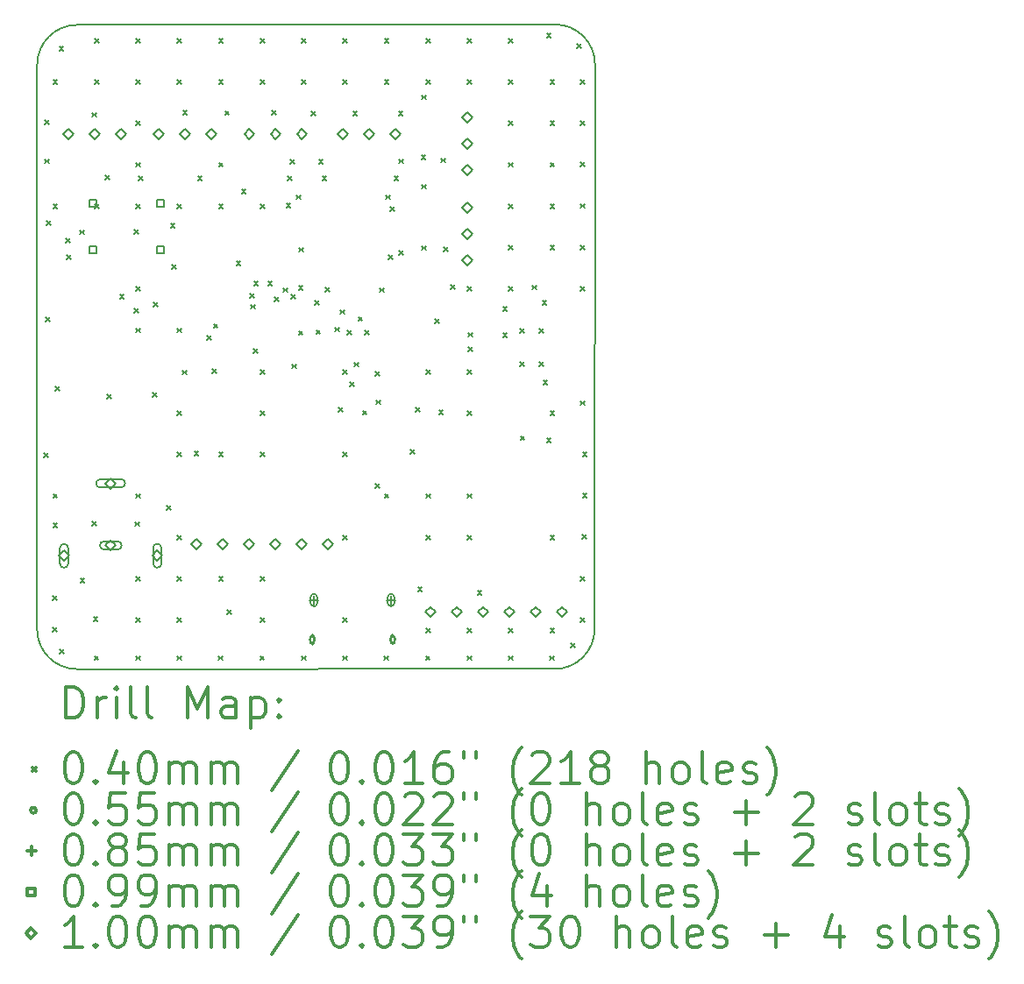
<source format=gbr>
%FSLAX45Y45*%
G04 Gerber Fmt 4.5, Leading zero omitted, Abs format (unit mm)*
G04 Created by KiCad (PCBNEW (5.0.0)) date 03/24/20 23:03:29*
%MOMM*%
%LPD*%
G01*
G04 APERTURE LIST*
%ADD10C,0.150000*%
%ADD11C,0.200000*%
%ADD12C,0.300000*%
G04 APERTURE END LIST*
D10*
X11830000Y-6131000D02*
X16446000Y-6127000D01*
X16445000Y-6127000D02*
G75*
G02X16831000Y-6513000I0J-386000D01*
G01*
X16831000Y-6513000D02*
X16827000Y-11973000D01*
X11829000Y-12356000D02*
X16445000Y-12355000D01*
X16827000Y-11969000D02*
G75*
G02X16441000Y-12355000I-386000J0D01*
G01*
X11444000Y-6516000D02*
X11443000Y-11968000D01*
X11829000Y-12356000D02*
G75*
G02X11443000Y-11970000I0J386000D01*
G01*
X11444000Y-6517000D02*
G75*
G02X11830000Y-6131000I386000J0D01*
G01*
D11*
X11512000Y-10269000D02*
X11552000Y-10309000D01*
X11552000Y-10269000D02*
X11512000Y-10309000D01*
X11517000Y-7053000D02*
X11557000Y-7093000D01*
X11557000Y-7053000D02*
X11517000Y-7093000D01*
X11518000Y-7428000D02*
X11558000Y-7468000D01*
X11558000Y-7428000D02*
X11518000Y-7468000D01*
X11524000Y-8955000D02*
X11564000Y-8995000D01*
X11564000Y-8955000D02*
X11524000Y-8995000D01*
X11532000Y-8024000D02*
X11572000Y-8064000D01*
X11572000Y-8024000D02*
X11532000Y-8064000D01*
X11595000Y-11649000D02*
X11635000Y-11689000D01*
X11635000Y-11649000D02*
X11595000Y-11689000D01*
X11595000Y-11954000D02*
X11635000Y-11994000D01*
X11635000Y-11954000D02*
X11595000Y-11994000D01*
X11598000Y-6663000D02*
X11638000Y-6703000D01*
X11638000Y-6663000D02*
X11598000Y-6703000D01*
X11598000Y-7863000D02*
X11638000Y-7903000D01*
X11638000Y-7863000D02*
X11598000Y-7903000D01*
X11598000Y-10663000D02*
X11638000Y-10703000D01*
X11638000Y-10663000D02*
X11598000Y-10703000D01*
X11598000Y-10945000D02*
X11638000Y-10985000D01*
X11638000Y-10945000D02*
X11598000Y-10985000D01*
X11620000Y-9623000D02*
X11660000Y-9663000D01*
X11660000Y-9623000D02*
X11620000Y-9663000D01*
X11658000Y-6338000D02*
X11698000Y-6378000D01*
X11698000Y-6338000D02*
X11658000Y-6378000D01*
X11663000Y-12163000D02*
X11703000Y-12203000D01*
X11703000Y-12163000D02*
X11663000Y-12203000D01*
X11723000Y-8197000D02*
X11763000Y-8237000D01*
X11763000Y-8197000D02*
X11723000Y-8237000D01*
X11731000Y-8355000D02*
X11771000Y-8395000D01*
X11771000Y-8355000D02*
X11731000Y-8395000D01*
X11858000Y-8115000D02*
X11898000Y-8155000D01*
X11898000Y-8115000D02*
X11858000Y-8155000D01*
X11861000Y-11478000D02*
X11901000Y-11518000D01*
X11901000Y-11478000D02*
X11861000Y-11518000D01*
X11973000Y-10928000D02*
X12013000Y-10968000D01*
X12013000Y-10928000D02*
X11973000Y-10968000D01*
X11977000Y-6981000D02*
X12017000Y-7021000D01*
X12017000Y-6981000D02*
X11977000Y-7021000D01*
X11987000Y-11852000D02*
X12027000Y-11892000D01*
X12027000Y-11852000D02*
X11987000Y-11892000D01*
X11996000Y-12229000D02*
X12036000Y-12269000D01*
X12036000Y-12229000D02*
X11996000Y-12269000D01*
X11998000Y-6263000D02*
X12038000Y-6303000D01*
X12038000Y-6263000D02*
X11998000Y-6303000D01*
X11998000Y-6663000D02*
X12038000Y-6703000D01*
X12038000Y-6663000D02*
X11998000Y-6703000D01*
X11998000Y-7863000D02*
X12038000Y-7903000D01*
X12038000Y-7863000D02*
X11998000Y-7903000D01*
X12105000Y-7587000D02*
X12145000Y-7627000D01*
X12145000Y-7587000D02*
X12105000Y-7627000D01*
X12119000Y-9699000D02*
X12159000Y-9739000D01*
X12159000Y-9699000D02*
X12119000Y-9739000D01*
X12242000Y-8734000D02*
X12282000Y-8774000D01*
X12282000Y-8734000D02*
X12242000Y-8774000D01*
X12380000Y-8110000D02*
X12420000Y-8150000D01*
X12420000Y-8110000D02*
X12380000Y-8150000D01*
X12380000Y-8871000D02*
X12420000Y-8911000D01*
X12420000Y-8871000D02*
X12380000Y-8911000D01*
X12392000Y-10934000D02*
X12432000Y-10974000D01*
X12432000Y-10934000D02*
X12392000Y-10974000D01*
X12396000Y-12229000D02*
X12436000Y-12269000D01*
X12436000Y-12229000D02*
X12396000Y-12269000D01*
X12398000Y-6263000D02*
X12438000Y-6303000D01*
X12438000Y-6263000D02*
X12398000Y-6303000D01*
X12398000Y-6663000D02*
X12438000Y-6703000D01*
X12438000Y-6663000D02*
X12398000Y-6703000D01*
X12398000Y-7063000D02*
X12438000Y-7103000D01*
X12438000Y-7063000D02*
X12398000Y-7103000D01*
X12398000Y-7463000D02*
X12438000Y-7503000D01*
X12438000Y-7463000D02*
X12398000Y-7503000D01*
X12398000Y-7863000D02*
X12438000Y-7903000D01*
X12438000Y-7863000D02*
X12398000Y-7903000D01*
X12398000Y-8663000D02*
X12438000Y-8703000D01*
X12438000Y-8663000D02*
X12398000Y-8703000D01*
X12398000Y-9063000D02*
X12438000Y-9103000D01*
X12438000Y-9063000D02*
X12398000Y-9103000D01*
X12398000Y-10663000D02*
X12438000Y-10703000D01*
X12438000Y-10663000D02*
X12398000Y-10703000D01*
X12398000Y-11463000D02*
X12438000Y-11503000D01*
X12438000Y-11463000D02*
X12398000Y-11503000D01*
X12398000Y-11863000D02*
X12438000Y-11903000D01*
X12438000Y-11863000D02*
X12398000Y-11903000D01*
X12421000Y-7593000D02*
X12461000Y-7633000D01*
X12461000Y-7593000D02*
X12421000Y-7633000D01*
X12562000Y-9685000D02*
X12602000Y-9725000D01*
X12602000Y-9685000D02*
X12562000Y-9725000D01*
X12570000Y-8810000D02*
X12610000Y-8850000D01*
X12610000Y-8810000D02*
X12570000Y-8850000D01*
X12692000Y-10779000D02*
X12732000Y-10819000D01*
X12732000Y-10779000D02*
X12692000Y-10819000D01*
X12733000Y-8053000D02*
X12773000Y-8093000D01*
X12773000Y-8053000D02*
X12733000Y-8093000D01*
X12747000Y-8450000D02*
X12787000Y-8490000D01*
X12787000Y-8450000D02*
X12747000Y-8490000D01*
X12796000Y-12229000D02*
X12836000Y-12269000D01*
X12836000Y-12229000D02*
X12796000Y-12269000D01*
X12798000Y-6263000D02*
X12838000Y-6303000D01*
X12838000Y-6263000D02*
X12798000Y-6303000D01*
X12798000Y-6663000D02*
X12838000Y-6703000D01*
X12838000Y-6663000D02*
X12798000Y-6703000D01*
X12798000Y-7863000D02*
X12838000Y-7903000D01*
X12838000Y-7863000D02*
X12798000Y-7903000D01*
X12798000Y-9063000D02*
X12838000Y-9103000D01*
X12838000Y-9063000D02*
X12798000Y-9103000D01*
X12798000Y-9863000D02*
X12838000Y-9903000D01*
X12838000Y-9863000D02*
X12798000Y-9903000D01*
X12798000Y-10263000D02*
X12838000Y-10303000D01*
X12838000Y-10263000D02*
X12798000Y-10303000D01*
X12798000Y-11063000D02*
X12838000Y-11103000D01*
X12838000Y-11063000D02*
X12798000Y-11103000D01*
X12798000Y-11463000D02*
X12838000Y-11503000D01*
X12838000Y-11463000D02*
X12798000Y-11503000D01*
X12798000Y-11863000D02*
X12838000Y-11903000D01*
X12838000Y-11863000D02*
X12798000Y-11903000D01*
X12849000Y-9468000D02*
X12889000Y-9508000D01*
X12889000Y-9468000D02*
X12849000Y-9508000D01*
X12851000Y-6961000D02*
X12891000Y-7001000D01*
X12891000Y-6961000D02*
X12851000Y-7001000D01*
X12961000Y-10252000D02*
X13001000Y-10292000D01*
X13001000Y-10252000D02*
X12961000Y-10292000D01*
X12995000Y-7595000D02*
X13035000Y-7635000D01*
X13035000Y-7595000D02*
X12995000Y-7635000D01*
X13084000Y-9137000D02*
X13124000Y-9177000D01*
X13124000Y-9137000D02*
X13084000Y-9177000D01*
X13138000Y-9458000D02*
X13178000Y-9498000D01*
X13178000Y-9458000D02*
X13138000Y-9498000D01*
X13148000Y-9021000D02*
X13188000Y-9061000D01*
X13188000Y-9021000D02*
X13148000Y-9061000D01*
X13196000Y-12229000D02*
X13236000Y-12269000D01*
X13236000Y-12229000D02*
X13196000Y-12269000D01*
X13198000Y-6263000D02*
X13238000Y-6303000D01*
X13238000Y-6263000D02*
X13198000Y-6303000D01*
X13198000Y-6663000D02*
X13238000Y-6703000D01*
X13238000Y-6663000D02*
X13198000Y-6703000D01*
X13198000Y-7463000D02*
X13238000Y-7503000D01*
X13238000Y-7463000D02*
X13198000Y-7503000D01*
X13198000Y-7863000D02*
X13238000Y-7903000D01*
X13238000Y-7863000D02*
X13198000Y-7903000D01*
X13198000Y-10263000D02*
X13238000Y-10303000D01*
X13238000Y-10263000D02*
X13198000Y-10303000D01*
X13198000Y-11463000D02*
X13238000Y-11503000D01*
X13238000Y-11463000D02*
X13198000Y-11503000D01*
X13257000Y-6962000D02*
X13297000Y-7002000D01*
X13297000Y-6962000D02*
X13257000Y-7002000D01*
X13282000Y-11784000D02*
X13322000Y-11824000D01*
X13322000Y-11784000D02*
X13282000Y-11824000D01*
X13368000Y-8413000D02*
X13408000Y-8453000D01*
X13408000Y-8413000D02*
X13368000Y-8453000D01*
X13419000Y-7718000D02*
X13459000Y-7758000D01*
X13459000Y-7718000D02*
X13419000Y-7758000D01*
X13500000Y-8728000D02*
X13540000Y-8768000D01*
X13540000Y-8728000D02*
X13500000Y-8768000D01*
X13506000Y-8835000D02*
X13546000Y-8875000D01*
X13546000Y-8835000D02*
X13506000Y-8875000D01*
X13535000Y-9259000D02*
X13575000Y-9299000D01*
X13575000Y-9259000D02*
X13535000Y-9299000D01*
X13538000Y-8611000D02*
X13578000Y-8651000D01*
X13578000Y-8611000D02*
X13538000Y-8651000D01*
X13596000Y-12229000D02*
X13636000Y-12269000D01*
X13636000Y-12229000D02*
X13596000Y-12269000D01*
X13598000Y-6263000D02*
X13638000Y-6303000D01*
X13638000Y-6263000D02*
X13598000Y-6303000D01*
X13598000Y-6663000D02*
X13638000Y-6703000D01*
X13638000Y-6663000D02*
X13598000Y-6703000D01*
X13598000Y-7863000D02*
X13638000Y-7903000D01*
X13638000Y-7863000D02*
X13598000Y-7903000D01*
X13598000Y-9463000D02*
X13638000Y-9503000D01*
X13638000Y-9463000D02*
X13598000Y-9503000D01*
X13598000Y-9863000D02*
X13638000Y-9903000D01*
X13638000Y-9863000D02*
X13598000Y-9903000D01*
X13598000Y-10263000D02*
X13638000Y-10303000D01*
X13638000Y-10263000D02*
X13598000Y-10303000D01*
X13598000Y-11463000D02*
X13638000Y-11503000D01*
X13638000Y-11463000D02*
X13598000Y-11503000D01*
X13598000Y-11863000D02*
X13638000Y-11903000D01*
X13638000Y-11863000D02*
X13598000Y-11903000D01*
X13672000Y-8609000D02*
X13712000Y-8649000D01*
X13712000Y-8609000D02*
X13672000Y-8649000D01*
X13710000Y-6961000D02*
X13750000Y-7001000D01*
X13750000Y-6961000D02*
X13710000Y-7001000D01*
X13736000Y-8761000D02*
X13776000Y-8801000D01*
X13776000Y-8761000D02*
X13736000Y-8801000D01*
X13819000Y-8673000D02*
X13859000Y-8713000D01*
X13859000Y-8673000D02*
X13819000Y-8713000D01*
X13850000Y-7859000D02*
X13890000Y-7899000D01*
X13890000Y-7859000D02*
X13850000Y-7899000D01*
X13863000Y-7592000D02*
X13903000Y-7632000D01*
X13903000Y-7592000D02*
X13863000Y-7632000D01*
X13887000Y-7435000D02*
X13927000Y-7475000D01*
X13927000Y-7435000D02*
X13887000Y-7475000D01*
X13898000Y-8738000D02*
X13938000Y-8778000D01*
X13938000Y-8738000D02*
X13898000Y-8778000D01*
X13908000Y-9411000D02*
X13948000Y-9451000D01*
X13948000Y-9411000D02*
X13908000Y-9451000D01*
X13947000Y-7776000D02*
X13987000Y-7816000D01*
X13987000Y-7776000D02*
X13947000Y-7816000D01*
X13968000Y-9087000D02*
X14008000Y-9127000D01*
X14008000Y-9087000D02*
X13968000Y-9127000D01*
X13969000Y-8652000D02*
X14009000Y-8692000D01*
X14009000Y-8652000D02*
X13969000Y-8692000D01*
X13975000Y-8283000D02*
X14015000Y-8323000D01*
X14015000Y-8283000D02*
X13975000Y-8323000D01*
X13996000Y-12229000D02*
X14036000Y-12269000D01*
X14036000Y-12229000D02*
X13996000Y-12269000D01*
X13998000Y-6263000D02*
X14038000Y-6303000D01*
X14038000Y-6263000D02*
X13998000Y-6303000D01*
X13998000Y-6663000D02*
X14038000Y-6703000D01*
X14038000Y-6663000D02*
X13998000Y-6703000D01*
X14091000Y-6966000D02*
X14131000Y-7006000D01*
X14131000Y-6966000D02*
X14091000Y-7006000D01*
X14127000Y-8799000D02*
X14167000Y-8839000D01*
X14167000Y-8799000D02*
X14127000Y-8839000D01*
X14139000Y-9079000D02*
X14179000Y-9119000D01*
X14179000Y-9079000D02*
X14139000Y-9119000D01*
X14164000Y-7430000D02*
X14204000Y-7470000D01*
X14204000Y-7430000D02*
X14164000Y-7470000D01*
X14198000Y-7591000D02*
X14238000Y-7631000D01*
X14238000Y-7591000D02*
X14198000Y-7631000D01*
X14228000Y-8667000D02*
X14268000Y-8707000D01*
X14268000Y-8667000D02*
X14228000Y-8707000D01*
X14322000Y-9054000D02*
X14362000Y-9094000D01*
X14362000Y-9054000D02*
X14322000Y-9094000D01*
X14355000Y-9830000D02*
X14395000Y-9870000D01*
X14395000Y-9830000D02*
X14355000Y-9870000D01*
X14370000Y-8884000D02*
X14410000Y-8924000D01*
X14410000Y-8884000D02*
X14370000Y-8924000D01*
X14396000Y-12229000D02*
X14436000Y-12269000D01*
X14436000Y-12229000D02*
X14396000Y-12269000D01*
X14398000Y-6263000D02*
X14438000Y-6303000D01*
X14438000Y-6263000D02*
X14398000Y-6303000D01*
X14398000Y-6663000D02*
X14438000Y-6703000D01*
X14438000Y-6663000D02*
X14398000Y-6703000D01*
X14398000Y-9463000D02*
X14438000Y-9503000D01*
X14438000Y-9463000D02*
X14398000Y-9503000D01*
X14398000Y-10263000D02*
X14438000Y-10303000D01*
X14438000Y-10263000D02*
X14398000Y-10303000D01*
X14398000Y-11063000D02*
X14438000Y-11103000D01*
X14438000Y-11063000D02*
X14398000Y-11103000D01*
X14398000Y-11863000D02*
X14438000Y-11903000D01*
X14438000Y-11863000D02*
X14398000Y-11903000D01*
X14438000Y-9084000D02*
X14478000Y-9124000D01*
X14478000Y-9084000D02*
X14438000Y-9124000D01*
X14462000Y-9582000D02*
X14502000Y-9622000D01*
X14502000Y-9582000D02*
X14462000Y-9622000D01*
X14494000Y-6969000D02*
X14534000Y-7009000D01*
X14534000Y-6969000D02*
X14494000Y-7009000D01*
X14506000Y-9393000D02*
X14546000Y-9433000D01*
X14546000Y-9393000D02*
X14506000Y-9433000D01*
X14544000Y-8952000D02*
X14584000Y-8992000D01*
X14584000Y-8952000D02*
X14544000Y-8992000D01*
X14587000Y-9858000D02*
X14627000Y-9898000D01*
X14627000Y-9858000D02*
X14587000Y-9898000D01*
X14608000Y-9083000D02*
X14648000Y-9123000D01*
X14648000Y-9083000D02*
X14608000Y-9123000D01*
X14709000Y-10567000D02*
X14749000Y-10607000D01*
X14749000Y-10567000D02*
X14709000Y-10607000D01*
X14711000Y-9484000D02*
X14751000Y-9524000D01*
X14751000Y-9484000D02*
X14711000Y-9524000D01*
X14720000Y-9758000D02*
X14760000Y-9798000D01*
X14760000Y-9758000D02*
X14720000Y-9798000D01*
X14753000Y-8674000D02*
X14793000Y-8714000D01*
X14793000Y-8674000D02*
X14753000Y-8714000D01*
X14796000Y-12229000D02*
X14836000Y-12269000D01*
X14836000Y-12229000D02*
X14796000Y-12269000D01*
X14798000Y-6263000D02*
X14838000Y-6303000D01*
X14838000Y-6263000D02*
X14798000Y-6303000D01*
X14798000Y-6663000D02*
X14838000Y-6703000D01*
X14838000Y-6663000D02*
X14798000Y-6703000D01*
X14798000Y-10663000D02*
X14838000Y-10703000D01*
X14838000Y-10663000D02*
X14798000Y-10703000D01*
X14811000Y-7775000D02*
X14851000Y-7815000D01*
X14851000Y-7775000D02*
X14811000Y-7815000D01*
X14834000Y-8353000D02*
X14874000Y-8393000D01*
X14874000Y-8353000D02*
X14834000Y-8393000D01*
X14854000Y-7888000D02*
X14894000Y-7928000D01*
X14894000Y-7888000D02*
X14854000Y-7928000D01*
X14892000Y-7594000D02*
X14932000Y-7634000D01*
X14932000Y-7594000D02*
X14892000Y-7634000D01*
X14935000Y-6968000D02*
X14975000Y-7008000D01*
X14975000Y-6968000D02*
X14935000Y-7008000D01*
X14938000Y-7429000D02*
X14978000Y-7469000D01*
X14978000Y-7429000D02*
X14938000Y-7469000D01*
X14938000Y-8316000D02*
X14978000Y-8356000D01*
X14978000Y-8316000D02*
X14938000Y-8356000D01*
X15047000Y-10237000D02*
X15087000Y-10277000D01*
X15087000Y-10237000D02*
X15047000Y-10277000D01*
X15100000Y-9826000D02*
X15140000Y-9866000D01*
X15140000Y-9826000D02*
X15100000Y-9866000D01*
X15120000Y-11566000D02*
X15160000Y-11606000D01*
X15160000Y-11566000D02*
X15120000Y-11606000D01*
X15154000Y-7389000D02*
X15194000Y-7429000D01*
X15194000Y-7389000D02*
X15154000Y-7429000D01*
X15158000Y-8266000D02*
X15198000Y-8306000D01*
X15198000Y-8266000D02*
X15158000Y-8306000D01*
X15160000Y-6810000D02*
X15200000Y-6850000D01*
X15200000Y-6810000D02*
X15160000Y-6850000D01*
X15161000Y-7674000D02*
X15201000Y-7714000D01*
X15201000Y-7674000D02*
X15161000Y-7714000D01*
X15196000Y-12229000D02*
X15236000Y-12269000D01*
X15236000Y-12229000D02*
X15196000Y-12269000D01*
X15198000Y-6263000D02*
X15238000Y-6303000D01*
X15238000Y-6263000D02*
X15198000Y-6303000D01*
X15198000Y-6663000D02*
X15238000Y-6703000D01*
X15238000Y-6663000D02*
X15198000Y-6703000D01*
X15198000Y-9463000D02*
X15238000Y-9503000D01*
X15238000Y-9463000D02*
X15198000Y-9503000D01*
X15198000Y-10663000D02*
X15238000Y-10703000D01*
X15238000Y-10663000D02*
X15198000Y-10703000D01*
X15198000Y-11063000D02*
X15238000Y-11103000D01*
X15238000Y-11063000D02*
X15198000Y-11103000D01*
X15198000Y-11960000D02*
X15238000Y-12000000D01*
X15238000Y-11960000D02*
X15198000Y-12000000D01*
X15286000Y-8971000D02*
X15326000Y-9011000D01*
X15326000Y-8971000D02*
X15286000Y-9011000D01*
X15323000Y-9857000D02*
X15363000Y-9897000D01*
X15363000Y-9857000D02*
X15323000Y-9897000D01*
X15343000Y-7421000D02*
X15383000Y-7461000D01*
X15383000Y-7421000D02*
X15343000Y-7461000D01*
X15368000Y-8278000D02*
X15408000Y-8318000D01*
X15408000Y-8278000D02*
X15368000Y-8318000D01*
X15435000Y-8643000D02*
X15475000Y-8683000D01*
X15475000Y-8643000D02*
X15435000Y-8683000D01*
X15596000Y-12229000D02*
X15636000Y-12269000D01*
X15636000Y-12229000D02*
X15596000Y-12269000D01*
X15598000Y-6263000D02*
X15638000Y-6303000D01*
X15638000Y-6263000D02*
X15598000Y-6303000D01*
X15598000Y-6663000D02*
X15638000Y-6703000D01*
X15638000Y-6663000D02*
X15598000Y-6703000D01*
X15598000Y-8663000D02*
X15638000Y-8703000D01*
X15638000Y-8663000D02*
X15598000Y-8703000D01*
X15598000Y-9463000D02*
X15638000Y-9503000D01*
X15638000Y-9463000D02*
X15598000Y-9503000D01*
X15598000Y-9863000D02*
X15638000Y-9903000D01*
X15638000Y-9863000D02*
X15598000Y-9903000D01*
X15598000Y-10663000D02*
X15638000Y-10703000D01*
X15638000Y-10663000D02*
X15598000Y-10703000D01*
X15598000Y-11063000D02*
X15638000Y-11103000D01*
X15638000Y-11063000D02*
X15598000Y-11103000D01*
X15598000Y-11960000D02*
X15638000Y-12000000D01*
X15638000Y-11960000D02*
X15598000Y-12000000D01*
X15606000Y-9243000D02*
X15646000Y-9283000D01*
X15646000Y-9243000D02*
X15606000Y-9283000D01*
X15609000Y-9104000D02*
X15649000Y-9144000D01*
X15649000Y-9104000D02*
X15609000Y-9144000D01*
X15696000Y-11599000D02*
X15736000Y-11639000D01*
X15736000Y-11599000D02*
X15696000Y-11639000D01*
X15941000Y-8854000D02*
X15981000Y-8894000D01*
X15981000Y-8854000D02*
X15941000Y-8894000D01*
X15942000Y-9112000D02*
X15982000Y-9152000D01*
X15982000Y-9112000D02*
X15942000Y-9152000D01*
X15996000Y-12229000D02*
X16036000Y-12269000D01*
X16036000Y-12229000D02*
X15996000Y-12269000D01*
X15998000Y-6263000D02*
X16038000Y-6303000D01*
X16038000Y-6263000D02*
X15998000Y-6303000D01*
X15998000Y-6663000D02*
X16038000Y-6703000D01*
X16038000Y-6663000D02*
X15998000Y-6703000D01*
X15998000Y-7063000D02*
X16038000Y-7103000D01*
X16038000Y-7063000D02*
X15998000Y-7103000D01*
X15998000Y-7463000D02*
X16038000Y-7503000D01*
X16038000Y-7463000D02*
X15998000Y-7503000D01*
X15998000Y-7863000D02*
X16038000Y-7903000D01*
X16038000Y-7863000D02*
X15998000Y-7903000D01*
X15998000Y-8263000D02*
X16038000Y-8303000D01*
X16038000Y-8263000D02*
X15998000Y-8303000D01*
X15998000Y-8663000D02*
X16038000Y-8703000D01*
X16038000Y-8663000D02*
X15998000Y-8703000D01*
X15998000Y-11960000D02*
X16038000Y-12000000D01*
X16038000Y-11960000D02*
X15998000Y-12000000D01*
X16104000Y-9066000D02*
X16144000Y-9106000D01*
X16144000Y-9066000D02*
X16104000Y-9106000D01*
X16104000Y-9389000D02*
X16144000Y-9429000D01*
X16144000Y-9389000D02*
X16104000Y-9429000D01*
X16111000Y-10105000D02*
X16151000Y-10145000D01*
X16151000Y-10105000D02*
X16111000Y-10145000D01*
X16227000Y-8648000D02*
X16267000Y-8688000D01*
X16267000Y-8648000D02*
X16227000Y-8688000D01*
X16292000Y-9391000D02*
X16332000Y-9431000D01*
X16332000Y-9391000D02*
X16292000Y-9431000D01*
X16294000Y-9064000D02*
X16334000Y-9104000D01*
X16334000Y-9064000D02*
X16294000Y-9104000D01*
X16323000Y-8794000D02*
X16363000Y-8834000D01*
X16363000Y-8794000D02*
X16323000Y-8834000D01*
X16331000Y-9569000D02*
X16371000Y-9609000D01*
X16371000Y-9569000D02*
X16331000Y-9609000D01*
X16364000Y-6212000D02*
X16404000Y-6252000D01*
X16404000Y-6212000D02*
X16364000Y-6252000D01*
X16364000Y-10126000D02*
X16404000Y-10166000D01*
X16404000Y-10126000D02*
X16364000Y-10166000D01*
X16396000Y-12229000D02*
X16436000Y-12269000D01*
X16436000Y-12229000D02*
X16396000Y-12269000D01*
X16398000Y-6663000D02*
X16438000Y-6703000D01*
X16438000Y-6663000D02*
X16398000Y-6703000D01*
X16398000Y-7063000D02*
X16438000Y-7103000D01*
X16438000Y-7063000D02*
X16398000Y-7103000D01*
X16398000Y-7463000D02*
X16438000Y-7503000D01*
X16438000Y-7463000D02*
X16398000Y-7503000D01*
X16398000Y-7863000D02*
X16438000Y-7903000D01*
X16438000Y-7863000D02*
X16398000Y-7903000D01*
X16398000Y-8263000D02*
X16438000Y-8303000D01*
X16438000Y-8263000D02*
X16398000Y-8303000D01*
X16398000Y-9863000D02*
X16438000Y-9903000D01*
X16438000Y-9863000D02*
X16398000Y-9903000D01*
X16398000Y-11063000D02*
X16438000Y-11103000D01*
X16438000Y-11063000D02*
X16398000Y-11103000D01*
X16398000Y-11960000D02*
X16438000Y-12000000D01*
X16438000Y-11960000D02*
X16398000Y-12000000D01*
X16595000Y-12105000D02*
X16635000Y-12145000D01*
X16635000Y-12105000D02*
X16595000Y-12145000D01*
X16660000Y-6318000D02*
X16700000Y-6358000D01*
X16700000Y-6318000D02*
X16660000Y-6358000D01*
X16690000Y-9766000D02*
X16730000Y-9806000D01*
X16730000Y-9766000D02*
X16690000Y-9806000D01*
X16692000Y-6661000D02*
X16732000Y-6701000D01*
X16732000Y-6661000D02*
X16692000Y-6701000D01*
X16692000Y-7061000D02*
X16732000Y-7101000D01*
X16732000Y-7061000D02*
X16692000Y-7101000D01*
X16692000Y-7461000D02*
X16732000Y-7501000D01*
X16732000Y-7461000D02*
X16692000Y-7501000D01*
X16692000Y-7861000D02*
X16732000Y-7901000D01*
X16732000Y-7861000D02*
X16692000Y-7901000D01*
X16692000Y-8261000D02*
X16732000Y-8301000D01*
X16732000Y-8261000D02*
X16692000Y-8301000D01*
X16692000Y-8661000D02*
X16732000Y-8701000D01*
X16732000Y-8661000D02*
X16692000Y-8701000D01*
X16692000Y-11461000D02*
X16732000Y-11501000D01*
X16732000Y-11461000D02*
X16692000Y-11501000D01*
X16692000Y-11861000D02*
X16732000Y-11901000D01*
X16732000Y-11861000D02*
X16692000Y-11901000D01*
X16709000Y-11059000D02*
X16749000Y-11099000D01*
X16749000Y-11059000D02*
X16709000Y-11099000D01*
X16712000Y-10258000D02*
X16752000Y-10298000D01*
X16752000Y-10258000D02*
X16712000Y-10298000D01*
X16713000Y-10660000D02*
X16753000Y-10700000D01*
X16753000Y-10660000D02*
X16713000Y-10700000D01*
X14129000Y-12070000D02*
G75*
G03X14129000Y-12070000I-27500J0D01*
G01*
X14084000Y-12037500D02*
X14084000Y-12102500D01*
X14119000Y-12037500D02*
X14119000Y-12102500D01*
X14084000Y-12102500D02*
G75*
G03X14119000Y-12102500I17500J0D01*
G01*
X14119000Y-12037500D02*
G75*
G03X14084000Y-12037500I-17500J0D01*
G01*
X14904000Y-12070000D02*
G75*
G03X14904000Y-12070000I-27500J0D01*
G01*
X14859000Y-12037500D02*
X14859000Y-12102500D01*
X14894000Y-12037500D02*
X14894000Y-12102500D01*
X14859000Y-12102500D02*
G75*
G03X14894000Y-12102500I17500J0D01*
G01*
X14894000Y-12037500D02*
G75*
G03X14859000Y-12037500I-17500J0D01*
G01*
X14116500Y-11647500D02*
X14116500Y-11732500D01*
X14074000Y-11690000D02*
X14159000Y-11690000D01*
X14084000Y-11662500D02*
X14084000Y-11717500D01*
X14149000Y-11662500D02*
X14149000Y-11717500D01*
X14084000Y-11717500D02*
G75*
G03X14149000Y-11717500I32500J0D01*
G01*
X14149000Y-11662500D02*
G75*
G03X14084000Y-11662500I-32500J0D01*
G01*
X14861500Y-11647500D02*
X14861500Y-11732500D01*
X14819000Y-11690000D02*
X14904000Y-11690000D01*
X14829000Y-11662500D02*
X14829000Y-11717500D01*
X14894000Y-11662500D02*
X14894000Y-11717500D01*
X14829000Y-11717500D02*
G75*
G03X14894000Y-11717500I32500J0D01*
G01*
X14894000Y-11662500D02*
G75*
G03X14829000Y-11662500I-32500J0D01*
G01*
X12017002Y-7887002D02*
X12017002Y-7816998D01*
X11946998Y-7816998D01*
X11946998Y-7887002D01*
X12017002Y-7887002D01*
X12017002Y-8337002D02*
X12017002Y-8266998D01*
X11946998Y-8266998D01*
X11946998Y-8337002D01*
X12017002Y-8337002D01*
X12667002Y-7887002D02*
X12667002Y-7816998D01*
X12596998Y-7816998D01*
X12596998Y-7887002D01*
X12667002Y-7887002D01*
X12667002Y-8337002D02*
X12667002Y-8266998D01*
X12596998Y-8266998D01*
X12596998Y-8337002D01*
X12667002Y-8337002D01*
X11704000Y-11311000D02*
X11754000Y-11261000D01*
X11704000Y-11211000D01*
X11654000Y-11261000D01*
X11704000Y-11311000D01*
X11664000Y-11186000D02*
X11664000Y-11336000D01*
X11744000Y-11186000D02*
X11744000Y-11336000D01*
X11664000Y-11336000D02*
G75*
G03X11744000Y-11336000I40000J0D01*
G01*
X11744000Y-11186000D02*
G75*
G03X11664000Y-11186000I-40000J0D01*
G01*
X12154000Y-10611000D02*
X12204000Y-10561000D01*
X12154000Y-10511000D01*
X12104000Y-10561000D01*
X12154000Y-10611000D01*
X12054000Y-10601000D02*
X12254000Y-10601000D01*
X12054000Y-10521000D02*
X12254000Y-10521000D01*
X12254000Y-10601000D02*
G75*
G03X12254000Y-10521000I0J40000D01*
G01*
X12054000Y-10521000D02*
G75*
G03X12054000Y-10601000I0J-40000D01*
G01*
X12154000Y-11211000D02*
X12204000Y-11161000D01*
X12154000Y-11111000D01*
X12104000Y-11161000D01*
X12154000Y-11211000D01*
X12089000Y-11201000D02*
X12219000Y-11201000D01*
X12089000Y-11121000D02*
X12219000Y-11121000D01*
X12219000Y-11201000D02*
G75*
G03X12219000Y-11121000I0J40000D01*
G01*
X12089000Y-11121000D02*
G75*
G03X12089000Y-11201000I0J-40000D01*
G01*
X12604000Y-11311000D02*
X12654000Y-11261000D01*
X12604000Y-11211000D01*
X12554000Y-11261000D01*
X12604000Y-11311000D01*
X12564000Y-11186000D02*
X12564000Y-11336000D01*
X12644000Y-11186000D02*
X12644000Y-11336000D01*
X12564000Y-11336000D02*
G75*
G03X12644000Y-11336000I40000J0D01*
G01*
X12644000Y-11186000D02*
G75*
G03X12564000Y-11186000I-40000J0D01*
G01*
X12620000Y-7238007D02*
X12670000Y-7188007D01*
X12620000Y-7138007D01*
X12570000Y-7188007D01*
X12620000Y-7238007D01*
X12874000Y-7238007D02*
X12924000Y-7188007D01*
X12874000Y-7138007D01*
X12824000Y-7188007D01*
X12874000Y-7238007D01*
X13128000Y-7238007D02*
X13178000Y-7188007D01*
X13128000Y-7138007D01*
X13078000Y-7188007D01*
X13128000Y-7238007D01*
X15594500Y-7946500D02*
X15644500Y-7896500D01*
X15594500Y-7846500D01*
X15544500Y-7896500D01*
X15594500Y-7946500D01*
X15594500Y-8200500D02*
X15644500Y-8150500D01*
X15594500Y-8100500D01*
X15544500Y-8150500D01*
X15594500Y-8200500D01*
X15594500Y-8454500D02*
X15644500Y-8404500D01*
X15594500Y-8354500D01*
X15544500Y-8404500D01*
X15594500Y-8454500D01*
X12979000Y-11197000D02*
X13029000Y-11147000D01*
X12979000Y-11097000D01*
X12929000Y-11147000D01*
X12979000Y-11197000D01*
X13233000Y-11197000D02*
X13283000Y-11147000D01*
X13233000Y-11097000D01*
X13183000Y-11147000D01*
X13233000Y-11197000D01*
X13487000Y-11197000D02*
X13537000Y-11147000D01*
X13487000Y-11097000D01*
X13437000Y-11147000D01*
X13487000Y-11197000D01*
X13741000Y-11197000D02*
X13791000Y-11147000D01*
X13741000Y-11097000D01*
X13691000Y-11147000D01*
X13741000Y-11197000D01*
X13995000Y-11197000D02*
X14045000Y-11147000D01*
X13995000Y-11097000D01*
X13945000Y-11147000D01*
X13995000Y-11197000D01*
X14249000Y-11197000D02*
X14299000Y-11147000D01*
X14249000Y-11097000D01*
X14199000Y-11147000D01*
X14249000Y-11197000D01*
X15239000Y-11854000D02*
X15289000Y-11804000D01*
X15239000Y-11754000D01*
X15189000Y-11804000D01*
X15239000Y-11854000D01*
X15493000Y-11854000D02*
X15543000Y-11804000D01*
X15493000Y-11754000D01*
X15443000Y-11804000D01*
X15493000Y-11854000D01*
X15747000Y-11854000D02*
X15797000Y-11804000D01*
X15747000Y-11754000D01*
X15697000Y-11804000D01*
X15747000Y-11854000D01*
X16001000Y-11854000D02*
X16051000Y-11804000D01*
X16001000Y-11754000D01*
X15951000Y-11804000D01*
X16001000Y-11854000D01*
X16255000Y-11854000D02*
X16305000Y-11804000D01*
X16255000Y-11754000D01*
X16205000Y-11804000D01*
X16255000Y-11854000D01*
X16509000Y-11854000D02*
X16559000Y-11804000D01*
X16509000Y-11754000D01*
X16459000Y-11804000D01*
X16509000Y-11854000D01*
X13493000Y-7238007D02*
X13543000Y-7188007D01*
X13493000Y-7138007D01*
X13443000Y-7188007D01*
X13493000Y-7238007D01*
X13747000Y-7238007D02*
X13797000Y-7188007D01*
X13747000Y-7138007D01*
X13697000Y-7188007D01*
X13747000Y-7238007D01*
X14001000Y-7238007D02*
X14051000Y-7188007D01*
X14001000Y-7138007D01*
X13951000Y-7188007D01*
X14001000Y-7238007D01*
X14397231Y-7238007D02*
X14447231Y-7188007D01*
X14397231Y-7138007D01*
X14347231Y-7188007D01*
X14397231Y-7238007D01*
X14651231Y-7238007D02*
X14701231Y-7188007D01*
X14651231Y-7138007D01*
X14601231Y-7188007D01*
X14651231Y-7238007D01*
X14905231Y-7238007D02*
X14955231Y-7188007D01*
X14905231Y-7138007D01*
X14855231Y-7188007D01*
X14905231Y-7238007D01*
X15594500Y-7076500D02*
X15644500Y-7026500D01*
X15594500Y-6976500D01*
X15544500Y-7026500D01*
X15594500Y-7076500D01*
X15594500Y-7330500D02*
X15644500Y-7280500D01*
X15594500Y-7230500D01*
X15544500Y-7280500D01*
X15594500Y-7330500D01*
X15594500Y-7584500D02*
X15644500Y-7534500D01*
X15594500Y-7484500D01*
X15544500Y-7534500D01*
X15594500Y-7584500D01*
X11747000Y-7238007D02*
X11797000Y-7188007D01*
X11747000Y-7138007D01*
X11697000Y-7188007D01*
X11747000Y-7238007D01*
X12001000Y-7238007D02*
X12051000Y-7188007D01*
X12001000Y-7138007D01*
X11951000Y-7188007D01*
X12001000Y-7238007D01*
X12255000Y-7238007D02*
X12305000Y-7188007D01*
X12255000Y-7138007D01*
X12205000Y-7188007D01*
X12255000Y-7238007D01*
D12*
X11721928Y-12829214D02*
X11721928Y-12529214D01*
X11793357Y-12529214D01*
X11836214Y-12543500D01*
X11864786Y-12572071D01*
X11879071Y-12600643D01*
X11893357Y-12657786D01*
X11893357Y-12700643D01*
X11879071Y-12757786D01*
X11864786Y-12786357D01*
X11836214Y-12814929D01*
X11793357Y-12829214D01*
X11721928Y-12829214D01*
X12021928Y-12829214D02*
X12021928Y-12629214D01*
X12021928Y-12686357D02*
X12036214Y-12657786D01*
X12050500Y-12643500D01*
X12079071Y-12629214D01*
X12107643Y-12629214D01*
X12207643Y-12829214D02*
X12207643Y-12629214D01*
X12207643Y-12529214D02*
X12193357Y-12543500D01*
X12207643Y-12557786D01*
X12221928Y-12543500D01*
X12207643Y-12529214D01*
X12207643Y-12557786D01*
X12393357Y-12829214D02*
X12364786Y-12814929D01*
X12350500Y-12786357D01*
X12350500Y-12529214D01*
X12550500Y-12829214D02*
X12521928Y-12814929D01*
X12507643Y-12786357D01*
X12507643Y-12529214D01*
X12893357Y-12829214D02*
X12893357Y-12529214D01*
X12993357Y-12743500D01*
X13093357Y-12529214D01*
X13093357Y-12829214D01*
X13364786Y-12829214D02*
X13364786Y-12672071D01*
X13350500Y-12643500D01*
X13321928Y-12629214D01*
X13264786Y-12629214D01*
X13236214Y-12643500D01*
X13364786Y-12814929D02*
X13336214Y-12829214D01*
X13264786Y-12829214D01*
X13236214Y-12814929D01*
X13221928Y-12786357D01*
X13221928Y-12757786D01*
X13236214Y-12729214D01*
X13264786Y-12714929D01*
X13336214Y-12714929D01*
X13364786Y-12700643D01*
X13507643Y-12629214D02*
X13507643Y-12929214D01*
X13507643Y-12643500D02*
X13536214Y-12629214D01*
X13593357Y-12629214D01*
X13621928Y-12643500D01*
X13636214Y-12657786D01*
X13650500Y-12686357D01*
X13650500Y-12772071D01*
X13636214Y-12800643D01*
X13621928Y-12814929D01*
X13593357Y-12829214D01*
X13536214Y-12829214D01*
X13507643Y-12814929D01*
X13779071Y-12800643D02*
X13793357Y-12814929D01*
X13779071Y-12829214D01*
X13764786Y-12814929D01*
X13779071Y-12800643D01*
X13779071Y-12829214D01*
X13779071Y-12643500D02*
X13793357Y-12657786D01*
X13779071Y-12672071D01*
X13764786Y-12657786D01*
X13779071Y-12643500D01*
X13779071Y-12672071D01*
X11395500Y-13303500D02*
X11435500Y-13343500D01*
X11435500Y-13303500D02*
X11395500Y-13343500D01*
X11779071Y-13159214D02*
X11807643Y-13159214D01*
X11836214Y-13173500D01*
X11850500Y-13187786D01*
X11864786Y-13216357D01*
X11879071Y-13273500D01*
X11879071Y-13344929D01*
X11864786Y-13402071D01*
X11850500Y-13430643D01*
X11836214Y-13444929D01*
X11807643Y-13459214D01*
X11779071Y-13459214D01*
X11750500Y-13444929D01*
X11736214Y-13430643D01*
X11721928Y-13402071D01*
X11707643Y-13344929D01*
X11707643Y-13273500D01*
X11721928Y-13216357D01*
X11736214Y-13187786D01*
X11750500Y-13173500D01*
X11779071Y-13159214D01*
X12007643Y-13430643D02*
X12021928Y-13444929D01*
X12007643Y-13459214D01*
X11993357Y-13444929D01*
X12007643Y-13430643D01*
X12007643Y-13459214D01*
X12279071Y-13259214D02*
X12279071Y-13459214D01*
X12207643Y-13144929D02*
X12136214Y-13359214D01*
X12321928Y-13359214D01*
X12493357Y-13159214D02*
X12521928Y-13159214D01*
X12550500Y-13173500D01*
X12564786Y-13187786D01*
X12579071Y-13216357D01*
X12593357Y-13273500D01*
X12593357Y-13344929D01*
X12579071Y-13402071D01*
X12564786Y-13430643D01*
X12550500Y-13444929D01*
X12521928Y-13459214D01*
X12493357Y-13459214D01*
X12464786Y-13444929D01*
X12450500Y-13430643D01*
X12436214Y-13402071D01*
X12421928Y-13344929D01*
X12421928Y-13273500D01*
X12436214Y-13216357D01*
X12450500Y-13187786D01*
X12464786Y-13173500D01*
X12493357Y-13159214D01*
X12721928Y-13459214D02*
X12721928Y-13259214D01*
X12721928Y-13287786D02*
X12736214Y-13273500D01*
X12764786Y-13259214D01*
X12807643Y-13259214D01*
X12836214Y-13273500D01*
X12850500Y-13302071D01*
X12850500Y-13459214D01*
X12850500Y-13302071D02*
X12864786Y-13273500D01*
X12893357Y-13259214D01*
X12936214Y-13259214D01*
X12964786Y-13273500D01*
X12979071Y-13302071D01*
X12979071Y-13459214D01*
X13121928Y-13459214D02*
X13121928Y-13259214D01*
X13121928Y-13287786D02*
X13136214Y-13273500D01*
X13164786Y-13259214D01*
X13207643Y-13259214D01*
X13236214Y-13273500D01*
X13250500Y-13302071D01*
X13250500Y-13459214D01*
X13250500Y-13302071D02*
X13264786Y-13273500D01*
X13293357Y-13259214D01*
X13336214Y-13259214D01*
X13364786Y-13273500D01*
X13379071Y-13302071D01*
X13379071Y-13459214D01*
X13964786Y-13144929D02*
X13707643Y-13530643D01*
X14350500Y-13159214D02*
X14379071Y-13159214D01*
X14407643Y-13173500D01*
X14421928Y-13187786D01*
X14436214Y-13216357D01*
X14450500Y-13273500D01*
X14450500Y-13344929D01*
X14436214Y-13402071D01*
X14421928Y-13430643D01*
X14407643Y-13444929D01*
X14379071Y-13459214D01*
X14350500Y-13459214D01*
X14321928Y-13444929D01*
X14307643Y-13430643D01*
X14293357Y-13402071D01*
X14279071Y-13344929D01*
X14279071Y-13273500D01*
X14293357Y-13216357D01*
X14307643Y-13187786D01*
X14321928Y-13173500D01*
X14350500Y-13159214D01*
X14579071Y-13430643D02*
X14593357Y-13444929D01*
X14579071Y-13459214D01*
X14564786Y-13444929D01*
X14579071Y-13430643D01*
X14579071Y-13459214D01*
X14779071Y-13159214D02*
X14807643Y-13159214D01*
X14836214Y-13173500D01*
X14850500Y-13187786D01*
X14864786Y-13216357D01*
X14879071Y-13273500D01*
X14879071Y-13344929D01*
X14864786Y-13402071D01*
X14850500Y-13430643D01*
X14836214Y-13444929D01*
X14807643Y-13459214D01*
X14779071Y-13459214D01*
X14750500Y-13444929D01*
X14736214Y-13430643D01*
X14721928Y-13402071D01*
X14707643Y-13344929D01*
X14707643Y-13273500D01*
X14721928Y-13216357D01*
X14736214Y-13187786D01*
X14750500Y-13173500D01*
X14779071Y-13159214D01*
X15164786Y-13459214D02*
X14993357Y-13459214D01*
X15079071Y-13459214D02*
X15079071Y-13159214D01*
X15050500Y-13202071D01*
X15021928Y-13230643D01*
X14993357Y-13244929D01*
X15421928Y-13159214D02*
X15364786Y-13159214D01*
X15336214Y-13173500D01*
X15321928Y-13187786D01*
X15293357Y-13230643D01*
X15279071Y-13287786D01*
X15279071Y-13402071D01*
X15293357Y-13430643D01*
X15307643Y-13444929D01*
X15336214Y-13459214D01*
X15393357Y-13459214D01*
X15421928Y-13444929D01*
X15436214Y-13430643D01*
X15450500Y-13402071D01*
X15450500Y-13330643D01*
X15436214Y-13302071D01*
X15421928Y-13287786D01*
X15393357Y-13273500D01*
X15336214Y-13273500D01*
X15307643Y-13287786D01*
X15293357Y-13302071D01*
X15279071Y-13330643D01*
X15564786Y-13159214D02*
X15564786Y-13216357D01*
X15679071Y-13159214D02*
X15679071Y-13216357D01*
X16121928Y-13573500D02*
X16107643Y-13559214D01*
X16079071Y-13516357D01*
X16064786Y-13487786D01*
X16050500Y-13444929D01*
X16036214Y-13373500D01*
X16036214Y-13316357D01*
X16050500Y-13244929D01*
X16064786Y-13202071D01*
X16079071Y-13173500D01*
X16107643Y-13130643D01*
X16121928Y-13116357D01*
X16221928Y-13187786D02*
X16236214Y-13173500D01*
X16264786Y-13159214D01*
X16336214Y-13159214D01*
X16364786Y-13173500D01*
X16379071Y-13187786D01*
X16393357Y-13216357D01*
X16393357Y-13244929D01*
X16379071Y-13287786D01*
X16207643Y-13459214D01*
X16393357Y-13459214D01*
X16679071Y-13459214D02*
X16507643Y-13459214D01*
X16593357Y-13459214D02*
X16593357Y-13159214D01*
X16564786Y-13202071D01*
X16536214Y-13230643D01*
X16507643Y-13244929D01*
X16850500Y-13287786D02*
X16821928Y-13273500D01*
X16807643Y-13259214D01*
X16793357Y-13230643D01*
X16793357Y-13216357D01*
X16807643Y-13187786D01*
X16821928Y-13173500D01*
X16850500Y-13159214D01*
X16907643Y-13159214D01*
X16936214Y-13173500D01*
X16950500Y-13187786D01*
X16964786Y-13216357D01*
X16964786Y-13230643D01*
X16950500Y-13259214D01*
X16936214Y-13273500D01*
X16907643Y-13287786D01*
X16850500Y-13287786D01*
X16821928Y-13302071D01*
X16807643Y-13316357D01*
X16793357Y-13344929D01*
X16793357Y-13402071D01*
X16807643Y-13430643D01*
X16821928Y-13444929D01*
X16850500Y-13459214D01*
X16907643Y-13459214D01*
X16936214Y-13444929D01*
X16950500Y-13430643D01*
X16964786Y-13402071D01*
X16964786Y-13344929D01*
X16950500Y-13316357D01*
X16936214Y-13302071D01*
X16907643Y-13287786D01*
X17321928Y-13459214D02*
X17321928Y-13159214D01*
X17450500Y-13459214D02*
X17450500Y-13302071D01*
X17436214Y-13273500D01*
X17407643Y-13259214D01*
X17364786Y-13259214D01*
X17336214Y-13273500D01*
X17321928Y-13287786D01*
X17636214Y-13459214D02*
X17607643Y-13444929D01*
X17593357Y-13430643D01*
X17579071Y-13402071D01*
X17579071Y-13316357D01*
X17593357Y-13287786D01*
X17607643Y-13273500D01*
X17636214Y-13259214D01*
X17679071Y-13259214D01*
X17707643Y-13273500D01*
X17721928Y-13287786D01*
X17736214Y-13316357D01*
X17736214Y-13402071D01*
X17721928Y-13430643D01*
X17707643Y-13444929D01*
X17679071Y-13459214D01*
X17636214Y-13459214D01*
X17907643Y-13459214D02*
X17879071Y-13444929D01*
X17864786Y-13416357D01*
X17864786Y-13159214D01*
X18136214Y-13444929D02*
X18107643Y-13459214D01*
X18050500Y-13459214D01*
X18021928Y-13444929D01*
X18007643Y-13416357D01*
X18007643Y-13302071D01*
X18021928Y-13273500D01*
X18050500Y-13259214D01*
X18107643Y-13259214D01*
X18136214Y-13273500D01*
X18150500Y-13302071D01*
X18150500Y-13330643D01*
X18007643Y-13359214D01*
X18264786Y-13444929D02*
X18293357Y-13459214D01*
X18350500Y-13459214D01*
X18379071Y-13444929D01*
X18393357Y-13416357D01*
X18393357Y-13402071D01*
X18379071Y-13373500D01*
X18350500Y-13359214D01*
X18307643Y-13359214D01*
X18279071Y-13344929D01*
X18264786Y-13316357D01*
X18264786Y-13302071D01*
X18279071Y-13273500D01*
X18307643Y-13259214D01*
X18350500Y-13259214D01*
X18379071Y-13273500D01*
X18493357Y-13573500D02*
X18507643Y-13559214D01*
X18536214Y-13516357D01*
X18550500Y-13487786D01*
X18564786Y-13444929D01*
X18579071Y-13373500D01*
X18579071Y-13316357D01*
X18564786Y-13244929D01*
X18550500Y-13202071D01*
X18536214Y-13173500D01*
X18507643Y-13130643D01*
X18493357Y-13116357D01*
X11435500Y-13719500D02*
G75*
G03X11435500Y-13719500I-27500J0D01*
G01*
X11779071Y-13555214D02*
X11807643Y-13555214D01*
X11836214Y-13569500D01*
X11850500Y-13583786D01*
X11864786Y-13612357D01*
X11879071Y-13669500D01*
X11879071Y-13740929D01*
X11864786Y-13798071D01*
X11850500Y-13826643D01*
X11836214Y-13840929D01*
X11807643Y-13855214D01*
X11779071Y-13855214D01*
X11750500Y-13840929D01*
X11736214Y-13826643D01*
X11721928Y-13798071D01*
X11707643Y-13740929D01*
X11707643Y-13669500D01*
X11721928Y-13612357D01*
X11736214Y-13583786D01*
X11750500Y-13569500D01*
X11779071Y-13555214D01*
X12007643Y-13826643D02*
X12021928Y-13840929D01*
X12007643Y-13855214D01*
X11993357Y-13840929D01*
X12007643Y-13826643D01*
X12007643Y-13855214D01*
X12293357Y-13555214D02*
X12150500Y-13555214D01*
X12136214Y-13698071D01*
X12150500Y-13683786D01*
X12179071Y-13669500D01*
X12250500Y-13669500D01*
X12279071Y-13683786D01*
X12293357Y-13698071D01*
X12307643Y-13726643D01*
X12307643Y-13798071D01*
X12293357Y-13826643D01*
X12279071Y-13840929D01*
X12250500Y-13855214D01*
X12179071Y-13855214D01*
X12150500Y-13840929D01*
X12136214Y-13826643D01*
X12579071Y-13555214D02*
X12436214Y-13555214D01*
X12421928Y-13698071D01*
X12436214Y-13683786D01*
X12464786Y-13669500D01*
X12536214Y-13669500D01*
X12564786Y-13683786D01*
X12579071Y-13698071D01*
X12593357Y-13726643D01*
X12593357Y-13798071D01*
X12579071Y-13826643D01*
X12564786Y-13840929D01*
X12536214Y-13855214D01*
X12464786Y-13855214D01*
X12436214Y-13840929D01*
X12421928Y-13826643D01*
X12721928Y-13855214D02*
X12721928Y-13655214D01*
X12721928Y-13683786D02*
X12736214Y-13669500D01*
X12764786Y-13655214D01*
X12807643Y-13655214D01*
X12836214Y-13669500D01*
X12850500Y-13698071D01*
X12850500Y-13855214D01*
X12850500Y-13698071D02*
X12864786Y-13669500D01*
X12893357Y-13655214D01*
X12936214Y-13655214D01*
X12964786Y-13669500D01*
X12979071Y-13698071D01*
X12979071Y-13855214D01*
X13121928Y-13855214D02*
X13121928Y-13655214D01*
X13121928Y-13683786D02*
X13136214Y-13669500D01*
X13164786Y-13655214D01*
X13207643Y-13655214D01*
X13236214Y-13669500D01*
X13250500Y-13698071D01*
X13250500Y-13855214D01*
X13250500Y-13698071D02*
X13264786Y-13669500D01*
X13293357Y-13655214D01*
X13336214Y-13655214D01*
X13364786Y-13669500D01*
X13379071Y-13698071D01*
X13379071Y-13855214D01*
X13964786Y-13540929D02*
X13707643Y-13926643D01*
X14350500Y-13555214D02*
X14379071Y-13555214D01*
X14407643Y-13569500D01*
X14421928Y-13583786D01*
X14436214Y-13612357D01*
X14450500Y-13669500D01*
X14450500Y-13740929D01*
X14436214Y-13798071D01*
X14421928Y-13826643D01*
X14407643Y-13840929D01*
X14379071Y-13855214D01*
X14350500Y-13855214D01*
X14321928Y-13840929D01*
X14307643Y-13826643D01*
X14293357Y-13798071D01*
X14279071Y-13740929D01*
X14279071Y-13669500D01*
X14293357Y-13612357D01*
X14307643Y-13583786D01*
X14321928Y-13569500D01*
X14350500Y-13555214D01*
X14579071Y-13826643D02*
X14593357Y-13840929D01*
X14579071Y-13855214D01*
X14564786Y-13840929D01*
X14579071Y-13826643D01*
X14579071Y-13855214D01*
X14779071Y-13555214D02*
X14807643Y-13555214D01*
X14836214Y-13569500D01*
X14850500Y-13583786D01*
X14864786Y-13612357D01*
X14879071Y-13669500D01*
X14879071Y-13740929D01*
X14864786Y-13798071D01*
X14850500Y-13826643D01*
X14836214Y-13840929D01*
X14807643Y-13855214D01*
X14779071Y-13855214D01*
X14750500Y-13840929D01*
X14736214Y-13826643D01*
X14721928Y-13798071D01*
X14707643Y-13740929D01*
X14707643Y-13669500D01*
X14721928Y-13612357D01*
X14736214Y-13583786D01*
X14750500Y-13569500D01*
X14779071Y-13555214D01*
X14993357Y-13583786D02*
X15007643Y-13569500D01*
X15036214Y-13555214D01*
X15107643Y-13555214D01*
X15136214Y-13569500D01*
X15150500Y-13583786D01*
X15164786Y-13612357D01*
X15164786Y-13640929D01*
X15150500Y-13683786D01*
X14979071Y-13855214D01*
X15164786Y-13855214D01*
X15279071Y-13583786D02*
X15293357Y-13569500D01*
X15321928Y-13555214D01*
X15393357Y-13555214D01*
X15421928Y-13569500D01*
X15436214Y-13583786D01*
X15450500Y-13612357D01*
X15450500Y-13640929D01*
X15436214Y-13683786D01*
X15264786Y-13855214D01*
X15450500Y-13855214D01*
X15564786Y-13555214D02*
X15564786Y-13612357D01*
X15679071Y-13555214D02*
X15679071Y-13612357D01*
X16121928Y-13969500D02*
X16107643Y-13955214D01*
X16079071Y-13912357D01*
X16064786Y-13883786D01*
X16050500Y-13840929D01*
X16036214Y-13769500D01*
X16036214Y-13712357D01*
X16050500Y-13640929D01*
X16064786Y-13598071D01*
X16079071Y-13569500D01*
X16107643Y-13526643D01*
X16121928Y-13512357D01*
X16293357Y-13555214D02*
X16321928Y-13555214D01*
X16350500Y-13569500D01*
X16364786Y-13583786D01*
X16379071Y-13612357D01*
X16393357Y-13669500D01*
X16393357Y-13740929D01*
X16379071Y-13798071D01*
X16364786Y-13826643D01*
X16350500Y-13840929D01*
X16321928Y-13855214D01*
X16293357Y-13855214D01*
X16264786Y-13840929D01*
X16250500Y-13826643D01*
X16236214Y-13798071D01*
X16221928Y-13740929D01*
X16221928Y-13669500D01*
X16236214Y-13612357D01*
X16250500Y-13583786D01*
X16264786Y-13569500D01*
X16293357Y-13555214D01*
X16750500Y-13855214D02*
X16750500Y-13555214D01*
X16879071Y-13855214D02*
X16879071Y-13698071D01*
X16864786Y-13669500D01*
X16836214Y-13655214D01*
X16793357Y-13655214D01*
X16764786Y-13669500D01*
X16750500Y-13683786D01*
X17064786Y-13855214D02*
X17036214Y-13840929D01*
X17021928Y-13826643D01*
X17007643Y-13798071D01*
X17007643Y-13712357D01*
X17021928Y-13683786D01*
X17036214Y-13669500D01*
X17064786Y-13655214D01*
X17107643Y-13655214D01*
X17136214Y-13669500D01*
X17150500Y-13683786D01*
X17164786Y-13712357D01*
X17164786Y-13798071D01*
X17150500Y-13826643D01*
X17136214Y-13840929D01*
X17107643Y-13855214D01*
X17064786Y-13855214D01*
X17336214Y-13855214D02*
X17307643Y-13840929D01*
X17293357Y-13812357D01*
X17293357Y-13555214D01*
X17564786Y-13840929D02*
X17536214Y-13855214D01*
X17479071Y-13855214D01*
X17450500Y-13840929D01*
X17436214Y-13812357D01*
X17436214Y-13698071D01*
X17450500Y-13669500D01*
X17479071Y-13655214D01*
X17536214Y-13655214D01*
X17564786Y-13669500D01*
X17579071Y-13698071D01*
X17579071Y-13726643D01*
X17436214Y-13755214D01*
X17693357Y-13840929D02*
X17721928Y-13855214D01*
X17779071Y-13855214D01*
X17807643Y-13840929D01*
X17821928Y-13812357D01*
X17821928Y-13798071D01*
X17807643Y-13769500D01*
X17779071Y-13755214D01*
X17736214Y-13755214D01*
X17707643Y-13740929D01*
X17693357Y-13712357D01*
X17693357Y-13698071D01*
X17707643Y-13669500D01*
X17736214Y-13655214D01*
X17779071Y-13655214D01*
X17807643Y-13669500D01*
X18179071Y-13740929D02*
X18407643Y-13740929D01*
X18293357Y-13855214D02*
X18293357Y-13626643D01*
X18764786Y-13583786D02*
X18779071Y-13569500D01*
X18807643Y-13555214D01*
X18879071Y-13555214D01*
X18907643Y-13569500D01*
X18921928Y-13583786D01*
X18936214Y-13612357D01*
X18936214Y-13640929D01*
X18921928Y-13683786D01*
X18750500Y-13855214D01*
X18936214Y-13855214D01*
X19279071Y-13840929D02*
X19307643Y-13855214D01*
X19364786Y-13855214D01*
X19393357Y-13840929D01*
X19407643Y-13812357D01*
X19407643Y-13798071D01*
X19393357Y-13769500D01*
X19364786Y-13755214D01*
X19321928Y-13755214D01*
X19293357Y-13740929D01*
X19279071Y-13712357D01*
X19279071Y-13698071D01*
X19293357Y-13669500D01*
X19321928Y-13655214D01*
X19364786Y-13655214D01*
X19393357Y-13669500D01*
X19579071Y-13855214D02*
X19550500Y-13840929D01*
X19536214Y-13812357D01*
X19536214Y-13555214D01*
X19736214Y-13855214D02*
X19707643Y-13840929D01*
X19693357Y-13826643D01*
X19679071Y-13798071D01*
X19679071Y-13712357D01*
X19693357Y-13683786D01*
X19707643Y-13669500D01*
X19736214Y-13655214D01*
X19779071Y-13655214D01*
X19807643Y-13669500D01*
X19821928Y-13683786D01*
X19836214Y-13712357D01*
X19836214Y-13798071D01*
X19821928Y-13826643D01*
X19807643Y-13840929D01*
X19779071Y-13855214D01*
X19736214Y-13855214D01*
X19921928Y-13655214D02*
X20036214Y-13655214D01*
X19964786Y-13555214D02*
X19964786Y-13812357D01*
X19979071Y-13840929D01*
X20007643Y-13855214D01*
X20036214Y-13855214D01*
X20121928Y-13840929D02*
X20150500Y-13855214D01*
X20207643Y-13855214D01*
X20236214Y-13840929D01*
X20250500Y-13812357D01*
X20250500Y-13798071D01*
X20236214Y-13769500D01*
X20207643Y-13755214D01*
X20164786Y-13755214D01*
X20136214Y-13740929D01*
X20121928Y-13712357D01*
X20121928Y-13698071D01*
X20136214Y-13669500D01*
X20164786Y-13655214D01*
X20207643Y-13655214D01*
X20236214Y-13669500D01*
X20350500Y-13969500D02*
X20364786Y-13955214D01*
X20393357Y-13912357D01*
X20407643Y-13883786D01*
X20421928Y-13840929D01*
X20436214Y-13769500D01*
X20436214Y-13712357D01*
X20421928Y-13640929D01*
X20407643Y-13598071D01*
X20393357Y-13569500D01*
X20364786Y-13526643D01*
X20350500Y-13512357D01*
X11393000Y-14073000D02*
X11393000Y-14158000D01*
X11350500Y-14115500D02*
X11435500Y-14115500D01*
X11779071Y-13951214D02*
X11807643Y-13951214D01*
X11836214Y-13965500D01*
X11850500Y-13979786D01*
X11864786Y-14008357D01*
X11879071Y-14065500D01*
X11879071Y-14136929D01*
X11864786Y-14194071D01*
X11850500Y-14222643D01*
X11836214Y-14236929D01*
X11807643Y-14251214D01*
X11779071Y-14251214D01*
X11750500Y-14236929D01*
X11736214Y-14222643D01*
X11721928Y-14194071D01*
X11707643Y-14136929D01*
X11707643Y-14065500D01*
X11721928Y-14008357D01*
X11736214Y-13979786D01*
X11750500Y-13965500D01*
X11779071Y-13951214D01*
X12007643Y-14222643D02*
X12021928Y-14236929D01*
X12007643Y-14251214D01*
X11993357Y-14236929D01*
X12007643Y-14222643D01*
X12007643Y-14251214D01*
X12193357Y-14079786D02*
X12164786Y-14065500D01*
X12150500Y-14051214D01*
X12136214Y-14022643D01*
X12136214Y-14008357D01*
X12150500Y-13979786D01*
X12164786Y-13965500D01*
X12193357Y-13951214D01*
X12250500Y-13951214D01*
X12279071Y-13965500D01*
X12293357Y-13979786D01*
X12307643Y-14008357D01*
X12307643Y-14022643D01*
X12293357Y-14051214D01*
X12279071Y-14065500D01*
X12250500Y-14079786D01*
X12193357Y-14079786D01*
X12164786Y-14094071D01*
X12150500Y-14108357D01*
X12136214Y-14136929D01*
X12136214Y-14194071D01*
X12150500Y-14222643D01*
X12164786Y-14236929D01*
X12193357Y-14251214D01*
X12250500Y-14251214D01*
X12279071Y-14236929D01*
X12293357Y-14222643D01*
X12307643Y-14194071D01*
X12307643Y-14136929D01*
X12293357Y-14108357D01*
X12279071Y-14094071D01*
X12250500Y-14079786D01*
X12579071Y-13951214D02*
X12436214Y-13951214D01*
X12421928Y-14094071D01*
X12436214Y-14079786D01*
X12464786Y-14065500D01*
X12536214Y-14065500D01*
X12564786Y-14079786D01*
X12579071Y-14094071D01*
X12593357Y-14122643D01*
X12593357Y-14194071D01*
X12579071Y-14222643D01*
X12564786Y-14236929D01*
X12536214Y-14251214D01*
X12464786Y-14251214D01*
X12436214Y-14236929D01*
X12421928Y-14222643D01*
X12721928Y-14251214D02*
X12721928Y-14051214D01*
X12721928Y-14079786D02*
X12736214Y-14065500D01*
X12764786Y-14051214D01*
X12807643Y-14051214D01*
X12836214Y-14065500D01*
X12850500Y-14094071D01*
X12850500Y-14251214D01*
X12850500Y-14094071D02*
X12864786Y-14065500D01*
X12893357Y-14051214D01*
X12936214Y-14051214D01*
X12964786Y-14065500D01*
X12979071Y-14094071D01*
X12979071Y-14251214D01*
X13121928Y-14251214D02*
X13121928Y-14051214D01*
X13121928Y-14079786D02*
X13136214Y-14065500D01*
X13164786Y-14051214D01*
X13207643Y-14051214D01*
X13236214Y-14065500D01*
X13250500Y-14094071D01*
X13250500Y-14251214D01*
X13250500Y-14094071D02*
X13264786Y-14065500D01*
X13293357Y-14051214D01*
X13336214Y-14051214D01*
X13364786Y-14065500D01*
X13379071Y-14094071D01*
X13379071Y-14251214D01*
X13964786Y-13936929D02*
X13707643Y-14322643D01*
X14350500Y-13951214D02*
X14379071Y-13951214D01*
X14407643Y-13965500D01*
X14421928Y-13979786D01*
X14436214Y-14008357D01*
X14450500Y-14065500D01*
X14450500Y-14136929D01*
X14436214Y-14194071D01*
X14421928Y-14222643D01*
X14407643Y-14236929D01*
X14379071Y-14251214D01*
X14350500Y-14251214D01*
X14321928Y-14236929D01*
X14307643Y-14222643D01*
X14293357Y-14194071D01*
X14279071Y-14136929D01*
X14279071Y-14065500D01*
X14293357Y-14008357D01*
X14307643Y-13979786D01*
X14321928Y-13965500D01*
X14350500Y-13951214D01*
X14579071Y-14222643D02*
X14593357Y-14236929D01*
X14579071Y-14251214D01*
X14564786Y-14236929D01*
X14579071Y-14222643D01*
X14579071Y-14251214D01*
X14779071Y-13951214D02*
X14807643Y-13951214D01*
X14836214Y-13965500D01*
X14850500Y-13979786D01*
X14864786Y-14008357D01*
X14879071Y-14065500D01*
X14879071Y-14136929D01*
X14864786Y-14194071D01*
X14850500Y-14222643D01*
X14836214Y-14236929D01*
X14807643Y-14251214D01*
X14779071Y-14251214D01*
X14750500Y-14236929D01*
X14736214Y-14222643D01*
X14721928Y-14194071D01*
X14707643Y-14136929D01*
X14707643Y-14065500D01*
X14721928Y-14008357D01*
X14736214Y-13979786D01*
X14750500Y-13965500D01*
X14779071Y-13951214D01*
X14979071Y-13951214D02*
X15164786Y-13951214D01*
X15064786Y-14065500D01*
X15107643Y-14065500D01*
X15136214Y-14079786D01*
X15150500Y-14094071D01*
X15164786Y-14122643D01*
X15164786Y-14194071D01*
X15150500Y-14222643D01*
X15136214Y-14236929D01*
X15107643Y-14251214D01*
X15021928Y-14251214D01*
X14993357Y-14236929D01*
X14979071Y-14222643D01*
X15264786Y-13951214D02*
X15450500Y-13951214D01*
X15350500Y-14065500D01*
X15393357Y-14065500D01*
X15421928Y-14079786D01*
X15436214Y-14094071D01*
X15450500Y-14122643D01*
X15450500Y-14194071D01*
X15436214Y-14222643D01*
X15421928Y-14236929D01*
X15393357Y-14251214D01*
X15307643Y-14251214D01*
X15279071Y-14236929D01*
X15264786Y-14222643D01*
X15564786Y-13951214D02*
X15564786Y-14008357D01*
X15679071Y-13951214D02*
X15679071Y-14008357D01*
X16121928Y-14365500D02*
X16107643Y-14351214D01*
X16079071Y-14308357D01*
X16064786Y-14279786D01*
X16050500Y-14236929D01*
X16036214Y-14165500D01*
X16036214Y-14108357D01*
X16050500Y-14036929D01*
X16064786Y-13994071D01*
X16079071Y-13965500D01*
X16107643Y-13922643D01*
X16121928Y-13908357D01*
X16293357Y-13951214D02*
X16321928Y-13951214D01*
X16350500Y-13965500D01*
X16364786Y-13979786D01*
X16379071Y-14008357D01*
X16393357Y-14065500D01*
X16393357Y-14136929D01*
X16379071Y-14194071D01*
X16364786Y-14222643D01*
X16350500Y-14236929D01*
X16321928Y-14251214D01*
X16293357Y-14251214D01*
X16264786Y-14236929D01*
X16250500Y-14222643D01*
X16236214Y-14194071D01*
X16221928Y-14136929D01*
X16221928Y-14065500D01*
X16236214Y-14008357D01*
X16250500Y-13979786D01*
X16264786Y-13965500D01*
X16293357Y-13951214D01*
X16750500Y-14251214D02*
X16750500Y-13951214D01*
X16879071Y-14251214D02*
X16879071Y-14094071D01*
X16864786Y-14065500D01*
X16836214Y-14051214D01*
X16793357Y-14051214D01*
X16764786Y-14065500D01*
X16750500Y-14079786D01*
X17064786Y-14251214D02*
X17036214Y-14236929D01*
X17021928Y-14222643D01*
X17007643Y-14194071D01*
X17007643Y-14108357D01*
X17021928Y-14079786D01*
X17036214Y-14065500D01*
X17064786Y-14051214D01*
X17107643Y-14051214D01*
X17136214Y-14065500D01*
X17150500Y-14079786D01*
X17164786Y-14108357D01*
X17164786Y-14194071D01*
X17150500Y-14222643D01*
X17136214Y-14236929D01*
X17107643Y-14251214D01*
X17064786Y-14251214D01*
X17336214Y-14251214D02*
X17307643Y-14236929D01*
X17293357Y-14208357D01*
X17293357Y-13951214D01*
X17564786Y-14236929D02*
X17536214Y-14251214D01*
X17479071Y-14251214D01*
X17450500Y-14236929D01*
X17436214Y-14208357D01*
X17436214Y-14094071D01*
X17450500Y-14065500D01*
X17479071Y-14051214D01*
X17536214Y-14051214D01*
X17564786Y-14065500D01*
X17579071Y-14094071D01*
X17579071Y-14122643D01*
X17436214Y-14151214D01*
X17693357Y-14236929D02*
X17721928Y-14251214D01*
X17779071Y-14251214D01*
X17807643Y-14236929D01*
X17821928Y-14208357D01*
X17821928Y-14194071D01*
X17807643Y-14165500D01*
X17779071Y-14151214D01*
X17736214Y-14151214D01*
X17707643Y-14136929D01*
X17693357Y-14108357D01*
X17693357Y-14094071D01*
X17707643Y-14065500D01*
X17736214Y-14051214D01*
X17779071Y-14051214D01*
X17807643Y-14065500D01*
X18179071Y-14136929D02*
X18407643Y-14136929D01*
X18293357Y-14251214D02*
X18293357Y-14022643D01*
X18764786Y-13979786D02*
X18779071Y-13965500D01*
X18807643Y-13951214D01*
X18879071Y-13951214D01*
X18907643Y-13965500D01*
X18921928Y-13979786D01*
X18936214Y-14008357D01*
X18936214Y-14036929D01*
X18921928Y-14079786D01*
X18750500Y-14251214D01*
X18936214Y-14251214D01*
X19279071Y-14236929D02*
X19307643Y-14251214D01*
X19364786Y-14251214D01*
X19393357Y-14236929D01*
X19407643Y-14208357D01*
X19407643Y-14194071D01*
X19393357Y-14165500D01*
X19364786Y-14151214D01*
X19321928Y-14151214D01*
X19293357Y-14136929D01*
X19279071Y-14108357D01*
X19279071Y-14094071D01*
X19293357Y-14065500D01*
X19321928Y-14051214D01*
X19364786Y-14051214D01*
X19393357Y-14065500D01*
X19579071Y-14251214D02*
X19550500Y-14236929D01*
X19536214Y-14208357D01*
X19536214Y-13951214D01*
X19736214Y-14251214D02*
X19707643Y-14236929D01*
X19693357Y-14222643D01*
X19679071Y-14194071D01*
X19679071Y-14108357D01*
X19693357Y-14079786D01*
X19707643Y-14065500D01*
X19736214Y-14051214D01*
X19779071Y-14051214D01*
X19807643Y-14065500D01*
X19821928Y-14079786D01*
X19836214Y-14108357D01*
X19836214Y-14194071D01*
X19821928Y-14222643D01*
X19807643Y-14236929D01*
X19779071Y-14251214D01*
X19736214Y-14251214D01*
X19921928Y-14051214D02*
X20036214Y-14051214D01*
X19964786Y-13951214D02*
X19964786Y-14208357D01*
X19979071Y-14236929D01*
X20007643Y-14251214D01*
X20036214Y-14251214D01*
X20121928Y-14236929D02*
X20150500Y-14251214D01*
X20207643Y-14251214D01*
X20236214Y-14236929D01*
X20250500Y-14208357D01*
X20250500Y-14194071D01*
X20236214Y-14165500D01*
X20207643Y-14151214D01*
X20164786Y-14151214D01*
X20136214Y-14136929D01*
X20121928Y-14108357D01*
X20121928Y-14094071D01*
X20136214Y-14065500D01*
X20164786Y-14051214D01*
X20207643Y-14051214D01*
X20236214Y-14065500D01*
X20350500Y-14365500D02*
X20364786Y-14351214D01*
X20393357Y-14308357D01*
X20407643Y-14279786D01*
X20421928Y-14236929D01*
X20436214Y-14165500D01*
X20436214Y-14108357D01*
X20421928Y-14036929D01*
X20407643Y-13994071D01*
X20393357Y-13965500D01*
X20364786Y-13922643D01*
X20350500Y-13908357D01*
X11421002Y-14546502D02*
X11421002Y-14476498D01*
X11350998Y-14476498D01*
X11350998Y-14546502D01*
X11421002Y-14546502D01*
X11779071Y-14347214D02*
X11807643Y-14347214D01*
X11836214Y-14361500D01*
X11850500Y-14375786D01*
X11864786Y-14404357D01*
X11879071Y-14461500D01*
X11879071Y-14532929D01*
X11864786Y-14590071D01*
X11850500Y-14618643D01*
X11836214Y-14632929D01*
X11807643Y-14647214D01*
X11779071Y-14647214D01*
X11750500Y-14632929D01*
X11736214Y-14618643D01*
X11721928Y-14590071D01*
X11707643Y-14532929D01*
X11707643Y-14461500D01*
X11721928Y-14404357D01*
X11736214Y-14375786D01*
X11750500Y-14361500D01*
X11779071Y-14347214D01*
X12007643Y-14618643D02*
X12021928Y-14632929D01*
X12007643Y-14647214D01*
X11993357Y-14632929D01*
X12007643Y-14618643D01*
X12007643Y-14647214D01*
X12164786Y-14647214D02*
X12221928Y-14647214D01*
X12250500Y-14632929D01*
X12264786Y-14618643D01*
X12293357Y-14575786D01*
X12307643Y-14518643D01*
X12307643Y-14404357D01*
X12293357Y-14375786D01*
X12279071Y-14361500D01*
X12250500Y-14347214D01*
X12193357Y-14347214D01*
X12164786Y-14361500D01*
X12150500Y-14375786D01*
X12136214Y-14404357D01*
X12136214Y-14475786D01*
X12150500Y-14504357D01*
X12164786Y-14518643D01*
X12193357Y-14532929D01*
X12250500Y-14532929D01*
X12279071Y-14518643D01*
X12293357Y-14504357D01*
X12307643Y-14475786D01*
X12450500Y-14647214D02*
X12507643Y-14647214D01*
X12536214Y-14632929D01*
X12550500Y-14618643D01*
X12579071Y-14575786D01*
X12593357Y-14518643D01*
X12593357Y-14404357D01*
X12579071Y-14375786D01*
X12564786Y-14361500D01*
X12536214Y-14347214D01*
X12479071Y-14347214D01*
X12450500Y-14361500D01*
X12436214Y-14375786D01*
X12421928Y-14404357D01*
X12421928Y-14475786D01*
X12436214Y-14504357D01*
X12450500Y-14518643D01*
X12479071Y-14532929D01*
X12536214Y-14532929D01*
X12564786Y-14518643D01*
X12579071Y-14504357D01*
X12593357Y-14475786D01*
X12721928Y-14647214D02*
X12721928Y-14447214D01*
X12721928Y-14475786D02*
X12736214Y-14461500D01*
X12764786Y-14447214D01*
X12807643Y-14447214D01*
X12836214Y-14461500D01*
X12850500Y-14490071D01*
X12850500Y-14647214D01*
X12850500Y-14490071D02*
X12864786Y-14461500D01*
X12893357Y-14447214D01*
X12936214Y-14447214D01*
X12964786Y-14461500D01*
X12979071Y-14490071D01*
X12979071Y-14647214D01*
X13121928Y-14647214D02*
X13121928Y-14447214D01*
X13121928Y-14475786D02*
X13136214Y-14461500D01*
X13164786Y-14447214D01*
X13207643Y-14447214D01*
X13236214Y-14461500D01*
X13250500Y-14490071D01*
X13250500Y-14647214D01*
X13250500Y-14490071D02*
X13264786Y-14461500D01*
X13293357Y-14447214D01*
X13336214Y-14447214D01*
X13364786Y-14461500D01*
X13379071Y-14490071D01*
X13379071Y-14647214D01*
X13964786Y-14332929D02*
X13707643Y-14718643D01*
X14350500Y-14347214D02*
X14379071Y-14347214D01*
X14407643Y-14361500D01*
X14421928Y-14375786D01*
X14436214Y-14404357D01*
X14450500Y-14461500D01*
X14450500Y-14532929D01*
X14436214Y-14590071D01*
X14421928Y-14618643D01*
X14407643Y-14632929D01*
X14379071Y-14647214D01*
X14350500Y-14647214D01*
X14321928Y-14632929D01*
X14307643Y-14618643D01*
X14293357Y-14590071D01*
X14279071Y-14532929D01*
X14279071Y-14461500D01*
X14293357Y-14404357D01*
X14307643Y-14375786D01*
X14321928Y-14361500D01*
X14350500Y-14347214D01*
X14579071Y-14618643D02*
X14593357Y-14632929D01*
X14579071Y-14647214D01*
X14564786Y-14632929D01*
X14579071Y-14618643D01*
X14579071Y-14647214D01*
X14779071Y-14347214D02*
X14807643Y-14347214D01*
X14836214Y-14361500D01*
X14850500Y-14375786D01*
X14864786Y-14404357D01*
X14879071Y-14461500D01*
X14879071Y-14532929D01*
X14864786Y-14590071D01*
X14850500Y-14618643D01*
X14836214Y-14632929D01*
X14807643Y-14647214D01*
X14779071Y-14647214D01*
X14750500Y-14632929D01*
X14736214Y-14618643D01*
X14721928Y-14590071D01*
X14707643Y-14532929D01*
X14707643Y-14461500D01*
X14721928Y-14404357D01*
X14736214Y-14375786D01*
X14750500Y-14361500D01*
X14779071Y-14347214D01*
X14979071Y-14347214D02*
X15164786Y-14347214D01*
X15064786Y-14461500D01*
X15107643Y-14461500D01*
X15136214Y-14475786D01*
X15150500Y-14490071D01*
X15164786Y-14518643D01*
X15164786Y-14590071D01*
X15150500Y-14618643D01*
X15136214Y-14632929D01*
X15107643Y-14647214D01*
X15021928Y-14647214D01*
X14993357Y-14632929D01*
X14979071Y-14618643D01*
X15307643Y-14647214D02*
X15364786Y-14647214D01*
X15393357Y-14632929D01*
X15407643Y-14618643D01*
X15436214Y-14575786D01*
X15450500Y-14518643D01*
X15450500Y-14404357D01*
X15436214Y-14375786D01*
X15421928Y-14361500D01*
X15393357Y-14347214D01*
X15336214Y-14347214D01*
X15307643Y-14361500D01*
X15293357Y-14375786D01*
X15279071Y-14404357D01*
X15279071Y-14475786D01*
X15293357Y-14504357D01*
X15307643Y-14518643D01*
X15336214Y-14532929D01*
X15393357Y-14532929D01*
X15421928Y-14518643D01*
X15436214Y-14504357D01*
X15450500Y-14475786D01*
X15564786Y-14347214D02*
X15564786Y-14404357D01*
X15679071Y-14347214D02*
X15679071Y-14404357D01*
X16121928Y-14761500D02*
X16107643Y-14747214D01*
X16079071Y-14704357D01*
X16064786Y-14675786D01*
X16050500Y-14632929D01*
X16036214Y-14561500D01*
X16036214Y-14504357D01*
X16050500Y-14432929D01*
X16064786Y-14390071D01*
X16079071Y-14361500D01*
X16107643Y-14318643D01*
X16121928Y-14304357D01*
X16364786Y-14447214D02*
X16364786Y-14647214D01*
X16293357Y-14332929D02*
X16221928Y-14547214D01*
X16407643Y-14547214D01*
X16750500Y-14647214D02*
X16750500Y-14347214D01*
X16879071Y-14647214D02*
X16879071Y-14490071D01*
X16864786Y-14461500D01*
X16836214Y-14447214D01*
X16793357Y-14447214D01*
X16764786Y-14461500D01*
X16750500Y-14475786D01*
X17064786Y-14647214D02*
X17036214Y-14632929D01*
X17021928Y-14618643D01*
X17007643Y-14590071D01*
X17007643Y-14504357D01*
X17021928Y-14475786D01*
X17036214Y-14461500D01*
X17064786Y-14447214D01*
X17107643Y-14447214D01*
X17136214Y-14461500D01*
X17150500Y-14475786D01*
X17164786Y-14504357D01*
X17164786Y-14590071D01*
X17150500Y-14618643D01*
X17136214Y-14632929D01*
X17107643Y-14647214D01*
X17064786Y-14647214D01*
X17336214Y-14647214D02*
X17307643Y-14632929D01*
X17293357Y-14604357D01*
X17293357Y-14347214D01*
X17564786Y-14632929D02*
X17536214Y-14647214D01*
X17479071Y-14647214D01*
X17450500Y-14632929D01*
X17436214Y-14604357D01*
X17436214Y-14490071D01*
X17450500Y-14461500D01*
X17479071Y-14447214D01*
X17536214Y-14447214D01*
X17564786Y-14461500D01*
X17579071Y-14490071D01*
X17579071Y-14518643D01*
X17436214Y-14547214D01*
X17693357Y-14632929D02*
X17721928Y-14647214D01*
X17779071Y-14647214D01*
X17807643Y-14632929D01*
X17821928Y-14604357D01*
X17821928Y-14590071D01*
X17807643Y-14561500D01*
X17779071Y-14547214D01*
X17736214Y-14547214D01*
X17707643Y-14532929D01*
X17693357Y-14504357D01*
X17693357Y-14490071D01*
X17707643Y-14461500D01*
X17736214Y-14447214D01*
X17779071Y-14447214D01*
X17807643Y-14461500D01*
X17921928Y-14761500D02*
X17936214Y-14747214D01*
X17964786Y-14704357D01*
X17979071Y-14675786D01*
X17993357Y-14632929D01*
X18007643Y-14561500D01*
X18007643Y-14504357D01*
X17993357Y-14432929D01*
X17979071Y-14390071D01*
X17964786Y-14361500D01*
X17936214Y-14318643D01*
X17921928Y-14304357D01*
X11385500Y-14957500D02*
X11435500Y-14907500D01*
X11385500Y-14857500D01*
X11335500Y-14907500D01*
X11385500Y-14957500D01*
X11879071Y-15043214D02*
X11707643Y-15043214D01*
X11793357Y-15043214D02*
X11793357Y-14743214D01*
X11764786Y-14786071D01*
X11736214Y-14814643D01*
X11707643Y-14828929D01*
X12007643Y-15014643D02*
X12021928Y-15028929D01*
X12007643Y-15043214D01*
X11993357Y-15028929D01*
X12007643Y-15014643D01*
X12007643Y-15043214D01*
X12207643Y-14743214D02*
X12236214Y-14743214D01*
X12264786Y-14757500D01*
X12279071Y-14771786D01*
X12293357Y-14800357D01*
X12307643Y-14857500D01*
X12307643Y-14928929D01*
X12293357Y-14986071D01*
X12279071Y-15014643D01*
X12264786Y-15028929D01*
X12236214Y-15043214D01*
X12207643Y-15043214D01*
X12179071Y-15028929D01*
X12164786Y-15014643D01*
X12150500Y-14986071D01*
X12136214Y-14928929D01*
X12136214Y-14857500D01*
X12150500Y-14800357D01*
X12164786Y-14771786D01*
X12179071Y-14757500D01*
X12207643Y-14743214D01*
X12493357Y-14743214D02*
X12521928Y-14743214D01*
X12550500Y-14757500D01*
X12564786Y-14771786D01*
X12579071Y-14800357D01*
X12593357Y-14857500D01*
X12593357Y-14928929D01*
X12579071Y-14986071D01*
X12564786Y-15014643D01*
X12550500Y-15028929D01*
X12521928Y-15043214D01*
X12493357Y-15043214D01*
X12464786Y-15028929D01*
X12450500Y-15014643D01*
X12436214Y-14986071D01*
X12421928Y-14928929D01*
X12421928Y-14857500D01*
X12436214Y-14800357D01*
X12450500Y-14771786D01*
X12464786Y-14757500D01*
X12493357Y-14743214D01*
X12721928Y-15043214D02*
X12721928Y-14843214D01*
X12721928Y-14871786D02*
X12736214Y-14857500D01*
X12764786Y-14843214D01*
X12807643Y-14843214D01*
X12836214Y-14857500D01*
X12850500Y-14886071D01*
X12850500Y-15043214D01*
X12850500Y-14886071D02*
X12864786Y-14857500D01*
X12893357Y-14843214D01*
X12936214Y-14843214D01*
X12964786Y-14857500D01*
X12979071Y-14886071D01*
X12979071Y-15043214D01*
X13121928Y-15043214D02*
X13121928Y-14843214D01*
X13121928Y-14871786D02*
X13136214Y-14857500D01*
X13164786Y-14843214D01*
X13207643Y-14843214D01*
X13236214Y-14857500D01*
X13250500Y-14886071D01*
X13250500Y-15043214D01*
X13250500Y-14886071D02*
X13264786Y-14857500D01*
X13293357Y-14843214D01*
X13336214Y-14843214D01*
X13364786Y-14857500D01*
X13379071Y-14886071D01*
X13379071Y-15043214D01*
X13964786Y-14728929D02*
X13707643Y-15114643D01*
X14350500Y-14743214D02*
X14379071Y-14743214D01*
X14407643Y-14757500D01*
X14421928Y-14771786D01*
X14436214Y-14800357D01*
X14450500Y-14857500D01*
X14450500Y-14928929D01*
X14436214Y-14986071D01*
X14421928Y-15014643D01*
X14407643Y-15028929D01*
X14379071Y-15043214D01*
X14350500Y-15043214D01*
X14321928Y-15028929D01*
X14307643Y-15014643D01*
X14293357Y-14986071D01*
X14279071Y-14928929D01*
X14279071Y-14857500D01*
X14293357Y-14800357D01*
X14307643Y-14771786D01*
X14321928Y-14757500D01*
X14350500Y-14743214D01*
X14579071Y-15014643D02*
X14593357Y-15028929D01*
X14579071Y-15043214D01*
X14564786Y-15028929D01*
X14579071Y-15014643D01*
X14579071Y-15043214D01*
X14779071Y-14743214D02*
X14807643Y-14743214D01*
X14836214Y-14757500D01*
X14850500Y-14771786D01*
X14864786Y-14800357D01*
X14879071Y-14857500D01*
X14879071Y-14928929D01*
X14864786Y-14986071D01*
X14850500Y-15014643D01*
X14836214Y-15028929D01*
X14807643Y-15043214D01*
X14779071Y-15043214D01*
X14750500Y-15028929D01*
X14736214Y-15014643D01*
X14721928Y-14986071D01*
X14707643Y-14928929D01*
X14707643Y-14857500D01*
X14721928Y-14800357D01*
X14736214Y-14771786D01*
X14750500Y-14757500D01*
X14779071Y-14743214D01*
X14979071Y-14743214D02*
X15164786Y-14743214D01*
X15064786Y-14857500D01*
X15107643Y-14857500D01*
X15136214Y-14871786D01*
X15150500Y-14886071D01*
X15164786Y-14914643D01*
X15164786Y-14986071D01*
X15150500Y-15014643D01*
X15136214Y-15028929D01*
X15107643Y-15043214D01*
X15021928Y-15043214D01*
X14993357Y-15028929D01*
X14979071Y-15014643D01*
X15307643Y-15043214D02*
X15364786Y-15043214D01*
X15393357Y-15028929D01*
X15407643Y-15014643D01*
X15436214Y-14971786D01*
X15450500Y-14914643D01*
X15450500Y-14800357D01*
X15436214Y-14771786D01*
X15421928Y-14757500D01*
X15393357Y-14743214D01*
X15336214Y-14743214D01*
X15307643Y-14757500D01*
X15293357Y-14771786D01*
X15279071Y-14800357D01*
X15279071Y-14871786D01*
X15293357Y-14900357D01*
X15307643Y-14914643D01*
X15336214Y-14928929D01*
X15393357Y-14928929D01*
X15421928Y-14914643D01*
X15436214Y-14900357D01*
X15450500Y-14871786D01*
X15564786Y-14743214D02*
X15564786Y-14800357D01*
X15679071Y-14743214D02*
X15679071Y-14800357D01*
X16121928Y-15157500D02*
X16107643Y-15143214D01*
X16079071Y-15100357D01*
X16064786Y-15071786D01*
X16050500Y-15028929D01*
X16036214Y-14957500D01*
X16036214Y-14900357D01*
X16050500Y-14828929D01*
X16064786Y-14786071D01*
X16079071Y-14757500D01*
X16107643Y-14714643D01*
X16121928Y-14700357D01*
X16207643Y-14743214D02*
X16393357Y-14743214D01*
X16293357Y-14857500D01*
X16336214Y-14857500D01*
X16364786Y-14871786D01*
X16379071Y-14886071D01*
X16393357Y-14914643D01*
X16393357Y-14986071D01*
X16379071Y-15014643D01*
X16364786Y-15028929D01*
X16336214Y-15043214D01*
X16250500Y-15043214D01*
X16221928Y-15028929D01*
X16207643Y-15014643D01*
X16579071Y-14743214D02*
X16607643Y-14743214D01*
X16636214Y-14757500D01*
X16650500Y-14771786D01*
X16664786Y-14800357D01*
X16679071Y-14857500D01*
X16679071Y-14928929D01*
X16664786Y-14986071D01*
X16650500Y-15014643D01*
X16636214Y-15028929D01*
X16607643Y-15043214D01*
X16579071Y-15043214D01*
X16550500Y-15028929D01*
X16536214Y-15014643D01*
X16521928Y-14986071D01*
X16507643Y-14928929D01*
X16507643Y-14857500D01*
X16521928Y-14800357D01*
X16536214Y-14771786D01*
X16550500Y-14757500D01*
X16579071Y-14743214D01*
X17036214Y-15043214D02*
X17036214Y-14743214D01*
X17164786Y-15043214D02*
X17164786Y-14886071D01*
X17150500Y-14857500D01*
X17121928Y-14843214D01*
X17079071Y-14843214D01*
X17050500Y-14857500D01*
X17036214Y-14871786D01*
X17350500Y-15043214D02*
X17321928Y-15028929D01*
X17307643Y-15014643D01*
X17293357Y-14986071D01*
X17293357Y-14900357D01*
X17307643Y-14871786D01*
X17321928Y-14857500D01*
X17350500Y-14843214D01*
X17393357Y-14843214D01*
X17421928Y-14857500D01*
X17436214Y-14871786D01*
X17450500Y-14900357D01*
X17450500Y-14986071D01*
X17436214Y-15014643D01*
X17421928Y-15028929D01*
X17393357Y-15043214D01*
X17350500Y-15043214D01*
X17621928Y-15043214D02*
X17593357Y-15028929D01*
X17579071Y-15000357D01*
X17579071Y-14743214D01*
X17850500Y-15028929D02*
X17821928Y-15043214D01*
X17764786Y-15043214D01*
X17736214Y-15028929D01*
X17721928Y-15000357D01*
X17721928Y-14886071D01*
X17736214Y-14857500D01*
X17764786Y-14843214D01*
X17821928Y-14843214D01*
X17850500Y-14857500D01*
X17864786Y-14886071D01*
X17864786Y-14914643D01*
X17721928Y-14943214D01*
X17979071Y-15028929D02*
X18007643Y-15043214D01*
X18064786Y-15043214D01*
X18093357Y-15028929D01*
X18107643Y-15000357D01*
X18107643Y-14986071D01*
X18093357Y-14957500D01*
X18064786Y-14943214D01*
X18021928Y-14943214D01*
X17993357Y-14928929D01*
X17979071Y-14900357D01*
X17979071Y-14886071D01*
X17993357Y-14857500D01*
X18021928Y-14843214D01*
X18064786Y-14843214D01*
X18093357Y-14857500D01*
X18464786Y-14928929D02*
X18693357Y-14928929D01*
X18579071Y-15043214D02*
X18579071Y-14814643D01*
X19193357Y-14843214D02*
X19193357Y-15043214D01*
X19121928Y-14728929D02*
X19050500Y-14943214D01*
X19236214Y-14943214D01*
X19564786Y-15028929D02*
X19593357Y-15043214D01*
X19650500Y-15043214D01*
X19679071Y-15028929D01*
X19693357Y-15000357D01*
X19693357Y-14986071D01*
X19679071Y-14957500D01*
X19650500Y-14943214D01*
X19607643Y-14943214D01*
X19579071Y-14928929D01*
X19564786Y-14900357D01*
X19564786Y-14886071D01*
X19579071Y-14857500D01*
X19607643Y-14843214D01*
X19650500Y-14843214D01*
X19679071Y-14857500D01*
X19864786Y-15043214D02*
X19836214Y-15028929D01*
X19821928Y-15000357D01*
X19821928Y-14743214D01*
X20021928Y-15043214D02*
X19993357Y-15028929D01*
X19979071Y-15014643D01*
X19964786Y-14986071D01*
X19964786Y-14900357D01*
X19979071Y-14871786D01*
X19993357Y-14857500D01*
X20021928Y-14843214D01*
X20064786Y-14843214D01*
X20093357Y-14857500D01*
X20107643Y-14871786D01*
X20121928Y-14900357D01*
X20121928Y-14986071D01*
X20107643Y-15014643D01*
X20093357Y-15028929D01*
X20064786Y-15043214D01*
X20021928Y-15043214D01*
X20207643Y-14843214D02*
X20321928Y-14843214D01*
X20250500Y-14743214D02*
X20250500Y-15000357D01*
X20264786Y-15028929D01*
X20293357Y-15043214D01*
X20321928Y-15043214D01*
X20407643Y-15028929D02*
X20436214Y-15043214D01*
X20493357Y-15043214D01*
X20521928Y-15028929D01*
X20536214Y-15000357D01*
X20536214Y-14986071D01*
X20521928Y-14957500D01*
X20493357Y-14943214D01*
X20450500Y-14943214D01*
X20421928Y-14928929D01*
X20407643Y-14900357D01*
X20407643Y-14886071D01*
X20421928Y-14857500D01*
X20450500Y-14843214D01*
X20493357Y-14843214D01*
X20521928Y-14857500D01*
X20636214Y-15157500D02*
X20650500Y-15143214D01*
X20679071Y-15100357D01*
X20693357Y-15071786D01*
X20707643Y-15028929D01*
X20721928Y-14957500D01*
X20721928Y-14900357D01*
X20707643Y-14828929D01*
X20693357Y-14786071D01*
X20679071Y-14757500D01*
X20650500Y-14714643D01*
X20636214Y-14700357D01*
M02*

</source>
